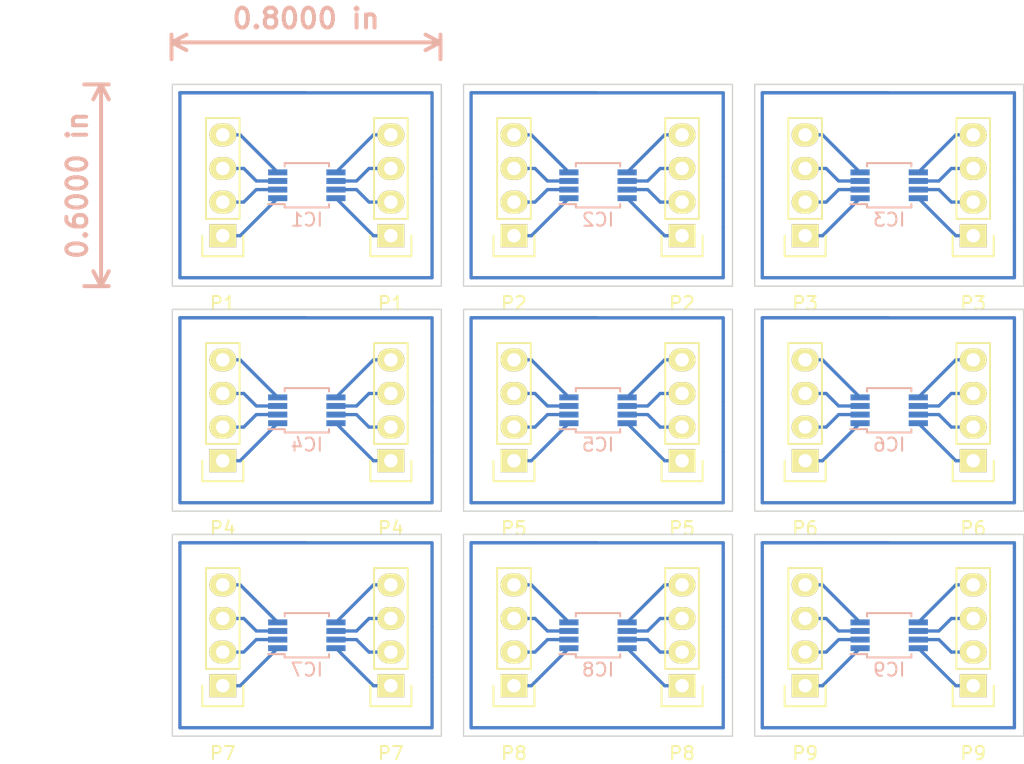
<source format=kicad_pcb>
(kicad_pcb (version 4) (host pcbnew "(2015-06-03 BZR 5697)-product")

  (general
    (links 8)
    (no_connects 0)
    (area 127.806849 91.765001 204.111834 149.295)
    (thickness 1.6)
    (drawings 47)
    (tracks 252)
    (zones 0)
    (modules 27)
    (nets 9)
  )

  (page A4)
  (layers
    (0 F.Cu signal)
    (31 B.Cu signal)
    (32 B.Adhes user hide)
    (33 F.Adhes user hide)
    (34 B.Paste user hide)
    (35 F.Paste user hide)
    (36 B.SilkS user)
    (37 F.SilkS user)
    (38 B.Mask user hide)
    (39 F.Mask user hide)
    (40 Dwgs.User user)
    (41 Cmts.User user)
    (42 Eco1.User user)
    (43 Eco2.User user hide)
    (44 Edge.Cuts user)
    (45 Margin user)
    (46 B.CrtYd user hide)
    (47 F.CrtYd user)
    (48 B.Fab user)
    (49 F.Fab user hide)
  )

  (setup
    (last_trace_width 0.25)
    (trace_clearance 0.2)
    (zone_clearance 0.508)
    (zone_45_only no)
    (trace_min 0.2)
    (segment_width 0.2)
    (edge_width 0.1)
    (via_size 0.6)
    (via_drill 0.4)
    (via_min_size 0.4)
    (via_min_drill 0.3)
    (uvia_size 0.3)
    (uvia_drill 0.1)
    (uvias_allowed no)
    (uvia_min_size 0.2)
    (uvia_min_drill 0.1)
    (pcb_text_width 0.3)
    (pcb_text_size 1.5 1.5)
    (mod_edge_width 0.15)
    (mod_text_size 1 1)
    (mod_text_width 0.15)
    (pad_size 1.5 1.5)
    (pad_drill 0.6)
    (pad_to_mask_clearance 0)
    (aux_axis_origin 0 0)
    (visible_elements FFFFFF67)
    (pcbplotparams
      (layerselection 0x00000_80000000)
      (usegerberextensions false)
      (excludeedgelayer true)
      (linewidth 0.100000)
      (plotframeref false)
      (viasonmask false)
      (mode 1)
      (useauxorigin false)
      (hpglpennumber 1)
      (hpglpenspeed 20)
      (hpglpendiameter 15)
      (hpglpenoverlay 2)
      (psnegative false)
      (psa4output false)
      (plotreference true)
      (plotvalue true)
      (plotinvisibletext false)
      (padsonsilk false)
      (subtractmaskfromsilk false)
      (outputformat 4)
      (mirror false)
      (drillshape 0)
      (scaleselection 1)
      (outputdirectory ""))
  )

  (net 0 "")
  (net 1 "Net-(IC1-Pad1)")
  (net 2 "Net-(IC1-Pad2)")
  (net 3 "Net-(IC1-Pad3)")
  (net 4 "Net-(IC1-Pad4)")
  (net 5 "Net-(IC1-Pad5)")
  (net 6 "Net-(IC1-Pad6)")
  (net 7 "Net-(IC1-Pad7)")
  (net 8 "Net-(IC1-Pad8)")

  (net_class Default "This is the default net class."
    (clearance 0.2)
    (trace_width 0.25)
    (via_dia 0.6)
    (via_drill 0.4)
    (uvia_dia 0.3)
    (uvia_drill 0.1)
    (add_net "Net-(IC1-Pad1)")
    (add_net "Net-(IC1-Pad2)")
    (add_net "Net-(IC1-Pad3)")
    (add_net "Net-(IC1-Pad4)")
    (add_net "Net-(IC1-Pad5)")
    (add_net "Net-(IC1-Pad6)")
    (add_net "Net-(IC1-Pad7)")
    (add_net "Net-(IC1-Pad8)")
  )

  (module Housings_SSOP:MSOP-8_3x3mm_Pitch0.65mm (layer B.Cu) (tedit 54130A77) (tstamp 55722ACC)
    (at 192.6535 139.41)
    (descr "8-Lead Plastic Micro Small Outline Package (MS) [MSOP] (see Microchip Packaging Specification 00000049BS.pdf)")
    (tags "SSOP 0.65")
    (path /55721724)
    (attr smd)
    (fp_text reference IC9 (at 0 2.6) (layer B.SilkS)
      (effects (font (size 1 1) (thickness 0.15)) (justify mirror))
    )
    (fp_text value MCP6002 (at 0 -2.6) (layer B.Fab)
      (effects (font (size 1 1) (thickness 0.15)) (justify mirror))
    )
    (fp_line (start -3.2 1.85) (end -3.2 -1.85) (layer B.CrtYd) (width 0.05))
    (fp_line (start 3.2 1.85) (end 3.2 -1.85) (layer B.CrtYd) (width 0.05))
    (fp_line (start -3.2 1.85) (end 3.2 1.85) (layer B.CrtYd) (width 0.05))
    (fp_line (start -3.2 -1.85) (end 3.2 -1.85) (layer B.CrtYd) (width 0.05))
    (fp_line (start -1.675 1.675) (end -1.675 1.425) (layer B.SilkS) (width 0.15))
    (fp_line (start 1.675 1.675) (end 1.675 1.425) (layer B.SilkS) (width 0.15))
    (fp_line (start 1.675 -1.675) (end 1.675 -1.425) (layer B.SilkS) (width 0.15))
    (fp_line (start -1.675 -1.675) (end -1.675 -1.425) (layer B.SilkS) (width 0.15))
    (fp_line (start -1.675 1.675) (end 1.675 1.675) (layer B.SilkS) (width 0.15))
    (fp_line (start -1.675 -1.675) (end 1.675 -1.675) (layer B.SilkS) (width 0.15))
    (fp_line (start -1.675 1.425) (end -2.925 1.425) (layer B.SilkS) (width 0.15))
    (pad 1 smd rect (at -2.2 0.975) (size 1.45 0.45) (layers B.Cu B.Paste B.Mask)
      (net 1 "Net-(IC1-Pad1)"))
    (pad 2 smd rect (at -2.2 0.325) (size 1.45 0.45) (layers B.Cu B.Paste B.Mask)
      (net 2 "Net-(IC1-Pad2)"))
    (pad 3 smd rect (at -2.2 -0.325) (size 1.45 0.45) (layers B.Cu B.Paste B.Mask)
      (net 3 "Net-(IC1-Pad3)"))
    (pad 4 smd rect (at -2.2 -0.975) (size 1.45 0.45) (layers B.Cu B.Paste B.Mask)
      (net 4 "Net-(IC1-Pad4)"))
    (pad 5 smd rect (at 2.2 -0.975) (size 1.45 0.45) (layers B.Cu B.Paste B.Mask)
      (net 5 "Net-(IC1-Pad5)"))
    (pad 6 smd rect (at 2.2 -0.325) (size 1.45 0.45) (layers B.Cu B.Paste B.Mask)
      (net 6 "Net-(IC1-Pad6)"))
    (pad 7 smd rect (at 2.2 0.325) (size 1.45 0.45) (layers B.Cu B.Paste B.Mask)
      (net 7 "Net-(IC1-Pad7)"))
    (pad 8 smd rect (at 2.2 0.975) (size 1.45 0.45) (layers B.Cu B.Paste B.Mask)
      (net 8 "Net-(IC1-Pad8)"))
    (model Housings_SSOP.3dshapes/MSOP-8_3x3mm_Pitch0.65mm.wrl
      (at (xyz 0 0 0))
      (scale (xyz 1 1 1))
      (rotate (xyz 0 0 0))
    )
  )

  (module Housings_SSOP:MSOP-8_3x3mm_Pitch0.65mm (layer B.Cu) (tedit 54130A77) (tstamp 55722AB6)
    (at 170.6535 139.41)
    (descr "8-Lead Plastic Micro Small Outline Package (MS) [MSOP] (see Microchip Packaging Specification 00000049BS.pdf)")
    (tags "SSOP 0.65")
    (path /55721724)
    (attr smd)
    (fp_text reference IC8 (at 0 2.6) (layer B.SilkS)
      (effects (font (size 1 1) (thickness 0.15)) (justify mirror))
    )
    (fp_text value MCP6002 (at 0 -2.6) (layer B.Fab)
      (effects (font (size 1 1) (thickness 0.15)) (justify mirror))
    )
    (fp_line (start -3.2 1.85) (end -3.2 -1.85) (layer B.CrtYd) (width 0.05))
    (fp_line (start 3.2 1.85) (end 3.2 -1.85) (layer B.CrtYd) (width 0.05))
    (fp_line (start -3.2 1.85) (end 3.2 1.85) (layer B.CrtYd) (width 0.05))
    (fp_line (start -3.2 -1.85) (end 3.2 -1.85) (layer B.CrtYd) (width 0.05))
    (fp_line (start -1.675 1.675) (end -1.675 1.425) (layer B.SilkS) (width 0.15))
    (fp_line (start 1.675 1.675) (end 1.675 1.425) (layer B.SilkS) (width 0.15))
    (fp_line (start 1.675 -1.675) (end 1.675 -1.425) (layer B.SilkS) (width 0.15))
    (fp_line (start -1.675 -1.675) (end -1.675 -1.425) (layer B.SilkS) (width 0.15))
    (fp_line (start -1.675 1.675) (end 1.675 1.675) (layer B.SilkS) (width 0.15))
    (fp_line (start -1.675 -1.675) (end 1.675 -1.675) (layer B.SilkS) (width 0.15))
    (fp_line (start -1.675 1.425) (end -2.925 1.425) (layer B.SilkS) (width 0.15))
    (pad 1 smd rect (at -2.2 0.975) (size 1.45 0.45) (layers B.Cu B.Paste B.Mask)
      (net 1 "Net-(IC1-Pad1)"))
    (pad 2 smd rect (at -2.2 0.325) (size 1.45 0.45) (layers B.Cu B.Paste B.Mask)
      (net 2 "Net-(IC1-Pad2)"))
    (pad 3 smd rect (at -2.2 -0.325) (size 1.45 0.45) (layers B.Cu B.Paste B.Mask)
      (net 3 "Net-(IC1-Pad3)"))
    (pad 4 smd rect (at -2.2 -0.975) (size 1.45 0.45) (layers B.Cu B.Paste B.Mask)
      (net 4 "Net-(IC1-Pad4)"))
    (pad 5 smd rect (at 2.2 -0.975) (size 1.45 0.45) (layers B.Cu B.Paste B.Mask)
      (net 5 "Net-(IC1-Pad5)"))
    (pad 6 smd rect (at 2.2 -0.325) (size 1.45 0.45) (layers B.Cu B.Paste B.Mask)
      (net 6 "Net-(IC1-Pad6)"))
    (pad 7 smd rect (at 2.2 0.325) (size 1.45 0.45) (layers B.Cu B.Paste B.Mask)
      (net 7 "Net-(IC1-Pad7)"))
    (pad 8 smd rect (at 2.2 0.975) (size 1.45 0.45) (layers B.Cu B.Paste B.Mask)
      (net 8 "Net-(IC1-Pad8)"))
    (model Housings_SSOP.3dshapes/MSOP-8_3x3mm_Pitch0.65mm.wrl
      (at (xyz 0 0 0))
      (scale (xyz 1 1 1))
      (rotate (xyz 0 0 0))
    )
  )

  (module Housings_SSOP:MSOP-8_3x3mm_Pitch0.65mm (layer B.Cu) (tedit 54130A77) (tstamp 55722AA0)
    (at 148.6535 139.41)
    (descr "8-Lead Plastic Micro Small Outline Package (MS) [MSOP] (see Microchip Packaging Specification 00000049BS.pdf)")
    (tags "SSOP 0.65")
    (path /55721724)
    (attr smd)
    (fp_text reference IC7 (at 0 2.6) (layer B.SilkS)
      (effects (font (size 1 1) (thickness 0.15)) (justify mirror))
    )
    (fp_text value MCP6002 (at 0 -2.6) (layer B.Fab)
      (effects (font (size 1 1) (thickness 0.15)) (justify mirror))
    )
    (fp_line (start -3.2 1.85) (end -3.2 -1.85) (layer B.CrtYd) (width 0.05))
    (fp_line (start 3.2 1.85) (end 3.2 -1.85) (layer B.CrtYd) (width 0.05))
    (fp_line (start -3.2 1.85) (end 3.2 1.85) (layer B.CrtYd) (width 0.05))
    (fp_line (start -3.2 -1.85) (end 3.2 -1.85) (layer B.CrtYd) (width 0.05))
    (fp_line (start -1.675 1.675) (end -1.675 1.425) (layer B.SilkS) (width 0.15))
    (fp_line (start 1.675 1.675) (end 1.675 1.425) (layer B.SilkS) (width 0.15))
    (fp_line (start 1.675 -1.675) (end 1.675 -1.425) (layer B.SilkS) (width 0.15))
    (fp_line (start -1.675 -1.675) (end -1.675 -1.425) (layer B.SilkS) (width 0.15))
    (fp_line (start -1.675 1.675) (end 1.675 1.675) (layer B.SilkS) (width 0.15))
    (fp_line (start -1.675 -1.675) (end 1.675 -1.675) (layer B.SilkS) (width 0.15))
    (fp_line (start -1.675 1.425) (end -2.925 1.425) (layer B.SilkS) (width 0.15))
    (pad 1 smd rect (at -2.2 0.975) (size 1.45 0.45) (layers B.Cu B.Paste B.Mask)
      (net 1 "Net-(IC1-Pad1)"))
    (pad 2 smd rect (at -2.2 0.325) (size 1.45 0.45) (layers B.Cu B.Paste B.Mask)
      (net 2 "Net-(IC1-Pad2)"))
    (pad 3 smd rect (at -2.2 -0.325) (size 1.45 0.45) (layers B.Cu B.Paste B.Mask)
      (net 3 "Net-(IC1-Pad3)"))
    (pad 4 smd rect (at -2.2 -0.975) (size 1.45 0.45) (layers B.Cu B.Paste B.Mask)
      (net 4 "Net-(IC1-Pad4)"))
    (pad 5 smd rect (at 2.2 -0.975) (size 1.45 0.45) (layers B.Cu B.Paste B.Mask)
      (net 5 "Net-(IC1-Pad5)"))
    (pad 6 smd rect (at 2.2 -0.325) (size 1.45 0.45) (layers B.Cu B.Paste B.Mask)
      (net 6 "Net-(IC1-Pad6)"))
    (pad 7 smd rect (at 2.2 0.325) (size 1.45 0.45) (layers B.Cu B.Paste B.Mask)
      (net 7 "Net-(IC1-Pad7)"))
    (pad 8 smd rect (at 2.2 0.975) (size 1.45 0.45) (layers B.Cu B.Paste B.Mask)
      (net 8 "Net-(IC1-Pad8)"))
    (model Housings_SSOP.3dshapes/MSOP-8_3x3mm_Pitch0.65mm.wrl
      (at (xyz 0 0 0))
      (scale (xyz 1 1 1))
      (rotate (xyz 0 0 0))
    )
  )

  (module Housings_SSOP:MSOP-8_3x3mm_Pitch0.65mm (layer B.Cu) (tedit 54130A77) (tstamp 55722A8A)
    (at 192.6535 122.41)
    (descr "8-Lead Plastic Micro Small Outline Package (MS) [MSOP] (see Microchip Packaging Specification 00000049BS.pdf)")
    (tags "SSOP 0.65")
    (path /55721724)
    (attr smd)
    (fp_text reference IC6 (at 0 2.6) (layer B.SilkS)
      (effects (font (size 1 1) (thickness 0.15)) (justify mirror))
    )
    (fp_text value MCP6002 (at 0 -2.6) (layer B.Fab)
      (effects (font (size 1 1) (thickness 0.15)) (justify mirror))
    )
    (fp_line (start -3.2 1.85) (end -3.2 -1.85) (layer B.CrtYd) (width 0.05))
    (fp_line (start 3.2 1.85) (end 3.2 -1.85) (layer B.CrtYd) (width 0.05))
    (fp_line (start -3.2 1.85) (end 3.2 1.85) (layer B.CrtYd) (width 0.05))
    (fp_line (start -3.2 -1.85) (end 3.2 -1.85) (layer B.CrtYd) (width 0.05))
    (fp_line (start -1.675 1.675) (end -1.675 1.425) (layer B.SilkS) (width 0.15))
    (fp_line (start 1.675 1.675) (end 1.675 1.425) (layer B.SilkS) (width 0.15))
    (fp_line (start 1.675 -1.675) (end 1.675 -1.425) (layer B.SilkS) (width 0.15))
    (fp_line (start -1.675 -1.675) (end -1.675 -1.425) (layer B.SilkS) (width 0.15))
    (fp_line (start -1.675 1.675) (end 1.675 1.675) (layer B.SilkS) (width 0.15))
    (fp_line (start -1.675 -1.675) (end 1.675 -1.675) (layer B.SilkS) (width 0.15))
    (fp_line (start -1.675 1.425) (end -2.925 1.425) (layer B.SilkS) (width 0.15))
    (pad 1 smd rect (at -2.2 0.975) (size 1.45 0.45) (layers B.Cu B.Paste B.Mask)
      (net 1 "Net-(IC1-Pad1)"))
    (pad 2 smd rect (at -2.2 0.325) (size 1.45 0.45) (layers B.Cu B.Paste B.Mask)
      (net 2 "Net-(IC1-Pad2)"))
    (pad 3 smd rect (at -2.2 -0.325) (size 1.45 0.45) (layers B.Cu B.Paste B.Mask)
      (net 3 "Net-(IC1-Pad3)"))
    (pad 4 smd rect (at -2.2 -0.975) (size 1.45 0.45) (layers B.Cu B.Paste B.Mask)
      (net 4 "Net-(IC1-Pad4)"))
    (pad 5 smd rect (at 2.2 -0.975) (size 1.45 0.45) (layers B.Cu B.Paste B.Mask)
      (net 5 "Net-(IC1-Pad5)"))
    (pad 6 smd rect (at 2.2 -0.325) (size 1.45 0.45) (layers B.Cu B.Paste B.Mask)
      (net 6 "Net-(IC1-Pad6)"))
    (pad 7 smd rect (at 2.2 0.325) (size 1.45 0.45) (layers B.Cu B.Paste B.Mask)
      (net 7 "Net-(IC1-Pad7)"))
    (pad 8 smd rect (at 2.2 0.975) (size 1.45 0.45) (layers B.Cu B.Paste B.Mask)
      (net 8 "Net-(IC1-Pad8)"))
    (model Housings_SSOP.3dshapes/MSOP-8_3x3mm_Pitch0.65mm.wrl
      (at (xyz 0 0 0))
      (scale (xyz 1 1 1))
      (rotate (xyz 0 0 0))
    )
  )

  (module Housings_SSOP:MSOP-8_3x3mm_Pitch0.65mm (layer B.Cu) (tedit 54130A77) (tstamp 55722A74)
    (at 170.6535 122.41)
    (descr "8-Lead Plastic Micro Small Outline Package (MS) [MSOP] (see Microchip Packaging Specification 00000049BS.pdf)")
    (tags "SSOP 0.65")
    (path /55721724)
    (attr smd)
    (fp_text reference IC5 (at 0 2.6) (layer B.SilkS)
      (effects (font (size 1 1) (thickness 0.15)) (justify mirror))
    )
    (fp_text value MCP6002 (at 0 -2.6) (layer B.Fab)
      (effects (font (size 1 1) (thickness 0.15)) (justify mirror))
    )
    (fp_line (start -3.2 1.85) (end -3.2 -1.85) (layer B.CrtYd) (width 0.05))
    (fp_line (start 3.2 1.85) (end 3.2 -1.85) (layer B.CrtYd) (width 0.05))
    (fp_line (start -3.2 1.85) (end 3.2 1.85) (layer B.CrtYd) (width 0.05))
    (fp_line (start -3.2 -1.85) (end 3.2 -1.85) (layer B.CrtYd) (width 0.05))
    (fp_line (start -1.675 1.675) (end -1.675 1.425) (layer B.SilkS) (width 0.15))
    (fp_line (start 1.675 1.675) (end 1.675 1.425) (layer B.SilkS) (width 0.15))
    (fp_line (start 1.675 -1.675) (end 1.675 -1.425) (layer B.SilkS) (width 0.15))
    (fp_line (start -1.675 -1.675) (end -1.675 -1.425) (layer B.SilkS) (width 0.15))
    (fp_line (start -1.675 1.675) (end 1.675 1.675) (layer B.SilkS) (width 0.15))
    (fp_line (start -1.675 -1.675) (end 1.675 -1.675) (layer B.SilkS) (width 0.15))
    (fp_line (start -1.675 1.425) (end -2.925 1.425) (layer B.SilkS) (width 0.15))
    (pad 1 smd rect (at -2.2 0.975) (size 1.45 0.45) (layers B.Cu B.Paste B.Mask)
      (net 1 "Net-(IC1-Pad1)"))
    (pad 2 smd rect (at -2.2 0.325) (size 1.45 0.45) (layers B.Cu B.Paste B.Mask)
      (net 2 "Net-(IC1-Pad2)"))
    (pad 3 smd rect (at -2.2 -0.325) (size 1.45 0.45) (layers B.Cu B.Paste B.Mask)
      (net 3 "Net-(IC1-Pad3)"))
    (pad 4 smd rect (at -2.2 -0.975) (size 1.45 0.45) (layers B.Cu B.Paste B.Mask)
      (net 4 "Net-(IC1-Pad4)"))
    (pad 5 smd rect (at 2.2 -0.975) (size 1.45 0.45) (layers B.Cu B.Paste B.Mask)
      (net 5 "Net-(IC1-Pad5)"))
    (pad 6 smd rect (at 2.2 -0.325) (size 1.45 0.45) (layers B.Cu B.Paste B.Mask)
      (net 6 "Net-(IC1-Pad6)"))
    (pad 7 smd rect (at 2.2 0.325) (size 1.45 0.45) (layers B.Cu B.Paste B.Mask)
      (net 7 "Net-(IC1-Pad7)"))
    (pad 8 smd rect (at 2.2 0.975) (size 1.45 0.45) (layers B.Cu B.Paste B.Mask)
      (net 8 "Net-(IC1-Pad8)"))
    (model Housings_SSOP.3dshapes/MSOP-8_3x3mm_Pitch0.65mm.wrl
      (at (xyz 0 0 0))
      (scale (xyz 1 1 1))
      (rotate (xyz 0 0 0))
    )
  )

  (module Housings_SSOP:MSOP-8_3x3mm_Pitch0.65mm (layer B.Cu) (tedit 54130A77) (tstamp 55722A5E)
    (at 148.6535 122.41)
    (descr "8-Lead Plastic Micro Small Outline Package (MS) [MSOP] (see Microchip Packaging Specification 00000049BS.pdf)")
    (tags "SSOP 0.65")
    (path /55721724)
    (attr smd)
    (fp_text reference IC4 (at 0 2.6) (layer B.SilkS)
      (effects (font (size 1 1) (thickness 0.15)) (justify mirror))
    )
    (fp_text value MCP6002 (at 0 -2.6) (layer B.Fab)
      (effects (font (size 1 1) (thickness 0.15)) (justify mirror))
    )
    (fp_line (start -3.2 1.85) (end -3.2 -1.85) (layer B.CrtYd) (width 0.05))
    (fp_line (start 3.2 1.85) (end 3.2 -1.85) (layer B.CrtYd) (width 0.05))
    (fp_line (start -3.2 1.85) (end 3.2 1.85) (layer B.CrtYd) (width 0.05))
    (fp_line (start -3.2 -1.85) (end 3.2 -1.85) (layer B.CrtYd) (width 0.05))
    (fp_line (start -1.675 1.675) (end -1.675 1.425) (layer B.SilkS) (width 0.15))
    (fp_line (start 1.675 1.675) (end 1.675 1.425) (layer B.SilkS) (width 0.15))
    (fp_line (start 1.675 -1.675) (end 1.675 -1.425) (layer B.SilkS) (width 0.15))
    (fp_line (start -1.675 -1.675) (end -1.675 -1.425) (layer B.SilkS) (width 0.15))
    (fp_line (start -1.675 1.675) (end 1.675 1.675) (layer B.SilkS) (width 0.15))
    (fp_line (start -1.675 -1.675) (end 1.675 -1.675) (layer B.SilkS) (width 0.15))
    (fp_line (start -1.675 1.425) (end -2.925 1.425) (layer B.SilkS) (width 0.15))
    (pad 1 smd rect (at -2.2 0.975) (size 1.45 0.45) (layers B.Cu B.Paste B.Mask)
      (net 1 "Net-(IC1-Pad1)"))
    (pad 2 smd rect (at -2.2 0.325) (size 1.45 0.45) (layers B.Cu B.Paste B.Mask)
      (net 2 "Net-(IC1-Pad2)"))
    (pad 3 smd rect (at -2.2 -0.325) (size 1.45 0.45) (layers B.Cu B.Paste B.Mask)
      (net 3 "Net-(IC1-Pad3)"))
    (pad 4 smd rect (at -2.2 -0.975) (size 1.45 0.45) (layers B.Cu B.Paste B.Mask)
      (net 4 "Net-(IC1-Pad4)"))
    (pad 5 smd rect (at 2.2 -0.975) (size 1.45 0.45) (layers B.Cu B.Paste B.Mask)
      (net 5 "Net-(IC1-Pad5)"))
    (pad 6 smd rect (at 2.2 -0.325) (size 1.45 0.45) (layers B.Cu B.Paste B.Mask)
      (net 6 "Net-(IC1-Pad6)"))
    (pad 7 smd rect (at 2.2 0.325) (size 1.45 0.45) (layers B.Cu B.Paste B.Mask)
      (net 7 "Net-(IC1-Pad7)"))
    (pad 8 smd rect (at 2.2 0.975) (size 1.45 0.45) (layers B.Cu B.Paste B.Mask)
      (net 8 "Net-(IC1-Pad8)"))
    (model Housings_SSOP.3dshapes/MSOP-8_3x3mm_Pitch0.65mm.wrl
      (at (xyz 0 0 0))
      (scale (xyz 1 1 1))
      (rotate (xyz 0 0 0))
    )
  )

  (module Housings_SSOP:MSOP-8_3x3mm_Pitch0.65mm (layer B.Cu) (tedit 54130A77) (tstamp 55722A48)
    (at 192.6535 105.41)
    (descr "8-Lead Plastic Micro Small Outline Package (MS) [MSOP] (see Microchip Packaging Specification 00000049BS.pdf)")
    (tags "SSOP 0.65")
    (path /55721724)
    (attr smd)
    (fp_text reference IC3 (at 0 2.6) (layer B.SilkS)
      (effects (font (size 1 1) (thickness 0.15)) (justify mirror))
    )
    (fp_text value MCP6002 (at 0 -2.6) (layer B.Fab)
      (effects (font (size 1 1) (thickness 0.15)) (justify mirror))
    )
    (fp_line (start -3.2 1.85) (end -3.2 -1.85) (layer B.CrtYd) (width 0.05))
    (fp_line (start 3.2 1.85) (end 3.2 -1.85) (layer B.CrtYd) (width 0.05))
    (fp_line (start -3.2 1.85) (end 3.2 1.85) (layer B.CrtYd) (width 0.05))
    (fp_line (start -3.2 -1.85) (end 3.2 -1.85) (layer B.CrtYd) (width 0.05))
    (fp_line (start -1.675 1.675) (end -1.675 1.425) (layer B.SilkS) (width 0.15))
    (fp_line (start 1.675 1.675) (end 1.675 1.425) (layer B.SilkS) (width 0.15))
    (fp_line (start 1.675 -1.675) (end 1.675 -1.425) (layer B.SilkS) (width 0.15))
    (fp_line (start -1.675 -1.675) (end -1.675 -1.425) (layer B.SilkS) (width 0.15))
    (fp_line (start -1.675 1.675) (end 1.675 1.675) (layer B.SilkS) (width 0.15))
    (fp_line (start -1.675 -1.675) (end 1.675 -1.675) (layer B.SilkS) (width 0.15))
    (fp_line (start -1.675 1.425) (end -2.925 1.425) (layer B.SilkS) (width 0.15))
    (pad 1 smd rect (at -2.2 0.975) (size 1.45 0.45) (layers B.Cu B.Paste B.Mask)
      (net 1 "Net-(IC1-Pad1)"))
    (pad 2 smd rect (at -2.2 0.325) (size 1.45 0.45) (layers B.Cu B.Paste B.Mask)
      (net 2 "Net-(IC1-Pad2)"))
    (pad 3 smd rect (at -2.2 -0.325) (size 1.45 0.45) (layers B.Cu B.Paste B.Mask)
      (net 3 "Net-(IC1-Pad3)"))
    (pad 4 smd rect (at -2.2 -0.975) (size 1.45 0.45) (layers B.Cu B.Paste B.Mask)
      (net 4 "Net-(IC1-Pad4)"))
    (pad 5 smd rect (at 2.2 -0.975) (size 1.45 0.45) (layers B.Cu B.Paste B.Mask)
      (net 5 "Net-(IC1-Pad5)"))
    (pad 6 smd rect (at 2.2 -0.325) (size 1.45 0.45) (layers B.Cu B.Paste B.Mask)
      (net 6 "Net-(IC1-Pad6)"))
    (pad 7 smd rect (at 2.2 0.325) (size 1.45 0.45) (layers B.Cu B.Paste B.Mask)
      (net 7 "Net-(IC1-Pad7)"))
    (pad 8 smd rect (at 2.2 0.975) (size 1.45 0.45) (layers B.Cu B.Paste B.Mask)
      (net 8 "Net-(IC1-Pad8)"))
    (model Housings_SSOP.3dshapes/MSOP-8_3x3mm_Pitch0.65mm.wrl
      (at (xyz 0 0 0))
      (scale (xyz 1 1 1))
      (rotate (xyz 0 0 0))
    )
  )

  (module Housings_SSOP:MSOP-8_3x3mm_Pitch0.65mm (layer B.Cu) (tedit 54130A77) (tstamp 55722A32)
    (at 170.6535 105.41)
    (descr "8-Lead Plastic Micro Small Outline Package (MS) [MSOP] (see Microchip Packaging Specification 00000049BS.pdf)")
    (tags "SSOP 0.65")
    (path /55721724)
    (attr smd)
    (fp_text reference IC2 (at 0 2.6) (layer B.SilkS)
      (effects (font (size 1 1) (thickness 0.15)) (justify mirror))
    )
    (fp_text value MCP6002 (at 0 -2.6) (layer B.Fab)
      (effects (font (size 1 1) (thickness 0.15)) (justify mirror))
    )
    (fp_line (start -3.2 1.85) (end -3.2 -1.85) (layer B.CrtYd) (width 0.05))
    (fp_line (start 3.2 1.85) (end 3.2 -1.85) (layer B.CrtYd) (width 0.05))
    (fp_line (start -3.2 1.85) (end 3.2 1.85) (layer B.CrtYd) (width 0.05))
    (fp_line (start -3.2 -1.85) (end 3.2 -1.85) (layer B.CrtYd) (width 0.05))
    (fp_line (start -1.675 1.675) (end -1.675 1.425) (layer B.SilkS) (width 0.15))
    (fp_line (start 1.675 1.675) (end 1.675 1.425) (layer B.SilkS) (width 0.15))
    (fp_line (start 1.675 -1.675) (end 1.675 -1.425) (layer B.SilkS) (width 0.15))
    (fp_line (start -1.675 -1.675) (end -1.675 -1.425) (layer B.SilkS) (width 0.15))
    (fp_line (start -1.675 1.675) (end 1.675 1.675) (layer B.SilkS) (width 0.15))
    (fp_line (start -1.675 -1.675) (end 1.675 -1.675) (layer B.SilkS) (width 0.15))
    (fp_line (start -1.675 1.425) (end -2.925 1.425) (layer B.SilkS) (width 0.15))
    (pad 1 smd rect (at -2.2 0.975) (size 1.45 0.45) (layers B.Cu B.Paste B.Mask)
      (net 1 "Net-(IC1-Pad1)"))
    (pad 2 smd rect (at -2.2 0.325) (size 1.45 0.45) (layers B.Cu B.Paste B.Mask)
      (net 2 "Net-(IC1-Pad2)"))
    (pad 3 smd rect (at -2.2 -0.325) (size 1.45 0.45) (layers B.Cu B.Paste B.Mask)
      (net 3 "Net-(IC1-Pad3)"))
    (pad 4 smd rect (at -2.2 -0.975) (size 1.45 0.45) (layers B.Cu B.Paste B.Mask)
      (net 4 "Net-(IC1-Pad4)"))
    (pad 5 smd rect (at 2.2 -0.975) (size 1.45 0.45) (layers B.Cu B.Paste B.Mask)
      (net 5 "Net-(IC1-Pad5)"))
    (pad 6 smd rect (at 2.2 -0.325) (size 1.45 0.45) (layers B.Cu B.Paste B.Mask)
      (net 6 "Net-(IC1-Pad6)"))
    (pad 7 smd rect (at 2.2 0.325) (size 1.45 0.45) (layers B.Cu B.Paste B.Mask)
      (net 7 "Net-(IC1-Pad7)"))
    (pad 8 smd rect (at 2.2 0.975) (size 1.45 0.45) (layers B.Cu B.Paste B.Mask)
      (net 8 "Net-(IC1-Pad8)"))
    (model Housings_SSOP.3dshapes/MSOP-8_3x3mm_Pitch0.65mm.wrl
      (at (xyz 0 0 0))
      (scale (xyz 1 1 1))
      (rotate (xyz 0 0 0))
    )
  )

  (module Pin_Headers:Pin_Header_Straight_1x04 (layer F.Cu) (tedit 0) (tstamp 55722A20)
    (at 186.3035 143.22 180)
    (descr "Through hole pin header")
    (tags "pin header")
    (path /55721A0D)
    (fp_text reference P9 (at 0 -5.1 180) (layer F.SilkS)
      (effects (font (size 1 1) (thickness 0.15)))
    )
    (fp_text value CONN_01X04 (at 0 -3.1 180) (layer F.Fab)
      (effects (font (size 1 1) (thickness 0.15)))
    )
    (fp_line (start -1.75 -1.75) (end -1.75 9.4) (layer F.CrtYd) (width 0.05))
    (fp_line (start 1.75 -1.75) (end 1.75 9.4) (layer F.CrtYd) (width 0.05))
    (fp_line (start -1.75 -1.75) (end 1.75 -1.75) (layer F.CrtYd) (width 0.05))
    (fp_line (start -1.75 9.4) (end 1.75 9.4) (layer F.CrtYd) (width 0.05))
    (fp_line (start -1.27 1.27) (end -1.27 8.89) (layer F.SilkS) (width 0.15))
    (fp_line (start 1.27 1.27) (end 1.27 8.89) (layer F.SilkS) (width 0.15))
    (fp_line (start 1.55 -1.55) (end 1.55 0) (layer F.SilkS) (width 0.15))
    (fp_line (start -1.27 8.89) (end 1.27 8.89) (layer F.SilkS) (width 0.15))
    (fp_line (start 1.27 1.27) (end -1.27 1.27) (layer F.SilkS) (width 0.15))
    (fp_line (start -1.55 0) (end -1.55 -1.55) (layer F.SilkS) (width 0.15))
    (fp_line (start -1.55 -1.55) (end 1.55 -1.55) (layer F.SilkS) (width 0.15))
    (pad 1 thru_hole rect (at 0 0 180) (size 2.032 1.7272) (drill 1.016) (layers *.Cu *.Mask F.SilkS)
      (net 1 "Net-(IC1-Pad1)"))
    (pad 2 thru_hole oval (at 0 2.54 180) (size 2.032 1.7272) (drill 1.016) (layers *.Cu *.Mask F.SilkS)
      (net 2 "Net-(IC1-Pad2)"))
    (pad 3 thru_hole oval (at 0 5.08 180) (size 2.032 1.7272) (drill 1.016) (layers *.Cu *.Mask F.SilkS)
      (net 3 "Net-(IC1-Pad3)"))
    (pad 4 thru_hole oval (at 0 7.62 180) (size 2.032 1.7272) (drill 1.016) (layers *.Cu *.Mask F.SilkS)
      (net 4 "Net-(IC1-Pad4)"))
    (model Pin_Headers.3dshapes/Pin_Header_Straight_1x04.wrl
      (at (xyz 0 -0.15 0))
      (scale (xyz 1 1 1))
      (rotate (xyz 0 0 90))
    )
  )

  (module Pin_Headers:Pin_Header_Straight_1x04 (layer F.Cu) (tedit 0) (tstamp 55722A0E)
    (at 164.3035 143.22 180)
    (descr "Through hole pin header")
    (tags "pin header")
    (path /55721A0D)
    (fp_text reference P8 (at 0 -5.1 180) (layer F.SilkS)
      (effects (font (size 1 1) (thickness 0.15)))
    )
    (fp_text value CONN_01X04 (at 0 -3.1 180) (layer F.Fab)
      (effects (font (size 1 1) (thickness 0.15)))
    )
    (fp_line (start -1.75 -1.75) (end -1.75 9.4) (layer F.CrtYd) (width 0.05))
    (fp_line (start 1.75 -1.75) (end 1.75 9.4) (layer F.CrtYd) (width 0.05))
    (fp_line (start -1.75 -1.75) (end 1.75 -1.75) (layer F.CrtYd) (width 0.05))
    (fp_line (start -1.75 9.4) (end 1.75 9.4) (layer F.CrtYd) (width 0.05))
    (fp_line (start -1.27 1.27) (end -1.27 8.89) (layer F.SilkS) (width 0.15))
    (fp_line (start 1.27 1.27) (end 1.27 8.89) (layer F.SilkS) (width 0.15))
    (fp_line (start 1.55 -1.55) (end 1.55 0) (layer F.SilkS) (width 0.15))
    (fp_line (start -1.27 8.89) (end 1.27 8.89) (layer F.SilkS) (width 0.15))
    (fp_line (start 1.27 1.27) (end -1.27 1.27) (layer F.SilkS) (width 0.15))
    (fp_line (start -1.55 0) (end -1.55 -1.55) (layer F.SilkS) (width 0.15))
    (fp_line (start -1.55 -1.55) (end 1.55 -1.55) (layer F.SilkS) (width 0.15))
    (pad 1 thru_hole rect (at 0 0 180) (size 2.032 1.7272) (drill 1.016) (layers *.Cu *.Mask F.SilkS)
      (net 1 "Net-(IC1-Pad1)"))
    (pad 2 thru_hole oval (at 0 2.54 180) (size 2.032 1.7272) (drill 1.016) (layers *.Cu *.Mask F.SilkS)
      (net 2 "Net-(IC1-Pad2)"))
    (pad 3 thru_hole oval (at 0 5.08 180) (size 2.032 1.7272) (drill 1.016) (layers *.Cu *.Mask F.SilkS)
      (net 3 "Net-(IC1-Pad3)"))
    (pad 4 thru_hole oval (at 0 7.62 180) (size 2.032 1.7272) (drill 1.016) (layers *.Cu *.Mask F.SilkS)
      (net 4 "Net-(IC1-Pad4)"))
    (model Pin_Headers.3dshapes/Pin_Header_Straight_1x04.wrl
      (at (xyz 0 -0.15 0))
      (scale (xyz 1 1 1))
      (rotate (xyz 0 0 90))
    )
  )

  (module Pin_Headers:Pin_Header_Straight_1x04 (layer F.Cu) (tedit 0) (tstamp 557229FC)
    (at 142.3035 143.22 180)
    (descr "Through hole pin header")
    (tags "pin header")
    (path /55721A0D)
    (fp_text reference P7 (at 0 -5.1 180) (layer F.SilkS)
      (effects (font (size 1 1) (thickness 0.15)))
    )
    (fp_text value CONN_01X04 (at 0 -3.1 180) (layer F.Fab)
      (effects (font (size 1 1) (thickness 0.15)))
    )
    (fp_line (start -1.75 -1.75) (end -1.75 9.4) (layer F.CrtYd) (width 0.05))
    (fp_line (start 1.75 -1.75) (end 1.75 9.4) (layer F.CrtYd) (width 0.05))
    (fp_line (start -1.75 -1.75) (end 1.75 -1.75) (layer F.CrtYd) (width 0.05))
    (fp_line (start -1.75 9.4) (end 1.75 9.4) (layer F.CrtYd) (width 0.05))
    (fp_line (start -1.27 1.27) (end -1.27 8.89) (layer F.SilkS) (width 0.15))
    (fp_line (start 1.27 1.27) (end 1.27 8.89) (layer F.SilkS) (width 0.15))
    (fp_line (start 1.55 -1.55) (end 1.55 0) (layer F.SilkS) (width 0.15))
    (fp_line (start -1.27 8.89) (end 1.27 8.89) (layer F.SilkS) (width 0.15))
    (fp_line (start 1.27 1.27) (end -1.27 1.27) (layer F.SilkS) (width 0.15))
    (fp_line (start -1.55 0) (end -1.55 -1.55) (layer F.SilkS) (width 0.15))
    (fp_line (start -1.55 -1.55) (end 1.55 -1.55) (layer F.SilkS) (width 0.15))
    (pad 1 thru_hole rect (at 0 0 180) (size 2.032 1.7272) (drill 1.016) (layers *.Cu *.Mask F.SilkS)
      (net 1 "Net-(IC1-Pad1)"))
    (pad 2 thru_hole oval (at 0 2.54 180) (size 2.032 1.7272) (drill 1.016) (layers *.Cu *.Mask F.SilkS)
      (net 2 "Net-(IC1-Pad2)"))
    (pad 3 thru_hole oval (at 0 5.08 180) (size 2.032 1.7272) (drill 1.016) (layers *.Cu *.Mask F.SilkS)
      (net 3 "Net-(IC1-Pad3)"))
    (pad 4 thru_hole oval (at 0 7.62 180) (size 2.032 1.7272) (drill 1.016) (layers *.Cu *.Mask F.SilkS)
      (net 4 "Net-(IC1-Pad4)"))
    (model Pin_Headers.3dshapes/Pin_Header_Straight_1x04.wrl
      (at (xyz 0 -0.15 0))
      (scale (xyz 1 1 1))
      (rotate (xyz 0 0 90))
    )
  )

  (module Pin_Headers:Pin_Header_Straight_1x04 (layer F.Cu) (tedit 0) (tstamp 557229EA)
    (at 186.3035 126.22 180)
    (descr "Through hole pin header")
    (tags "pin header")
    (path /55721A0D)
    (fp_text reference P6 (at 0 -5.1 180) (layer F.SilkS)
      (effects (font (size 1 1) (thickness 0.15)))
    )
    (fp_text value CONN_01X04 (at 0 -3.1 180) (layer F.Fab)
      (effects (font (size 1 1) (thickness 0.15)))
    )
    (fp_line (start -1.75 -1.75) (end -1.75 9.4) (layer F.CrtYd) (width 0.05))
    (fp_line (start 1.75 -1.75) (end 1.75 9.4) (layer F.CrtYd) (width 0.05))
    (fp_line (start -1.75 -1.75) (end 1.75 -1.75) (layer F.CrtYd) (width 0.05))
    (fp_line (start -1.75 9.4) (end 1.75 9.4) (layer F.CrtYd) (width 0.05))
    (fp_line (start -1.27 1.27) (end -1.27 8.89) (layer F.SilkS) (width 0.15))
    (fp_line (start 1.27 1.27) (end 1.27 8.89) (layer F.SilkS) (width 0.15))
    (fp_line (start 1.55 -1.55) (end 1.55 0) (layer F.SilkS) (width 0.15))
    (fp_line (start -1.27 8.89) (end 1.27 8.89) (layer F.SilkS) (width 0.15))
    (fp_line (start 1.27 1.27) (end -1.27 1.27) (layer F.SilkS) (width 0.15))
    (fp_line (start -1.55 0) (end -1.55 -1.55) (layer F.SilkS) (width 0.15))
    (fp_line (start -1.55 -1.55) (end 1.55 -1.55) (layer F.SilkS) (width 0.15))
    (pad 1 thru_hole rect (at 0 0 180) (size 2.032 1.7272) (drill 1.016) (layers *.Cu *.Mask F.SilkS)
      (net 1 "Net-(IC1-Pad1)"))
    (pad 2 thru_hole oval (at 0 2.54 180) (size 2.032 1.7272) (drill 1.016) (layers *.Cu *.Mask F.SilkS)
      (net 2 "Net-(IC1-Pad2)"))
    (pad 3 thru_hole oval (at 0 5.08 180) (size 2.032 1.7272) (drill 1.016) (layers *.Cu *.Mask F.SilkS)
      (net 3 "Net-(IC1-Pad3)"))
    (pad 4 thru_hole oval (at 0 7.62 180) (size 2.032 1.7272) (drill 1.016) (layers *.Cu *.Mask F.SilkS)
      (net 4 "Net-(IC1-Pad4)"))
    (model Pin_Headers.3dshapes/Pin_Header_Straight_1x04.wrl
      (at (xyz 0 -0.15 0))
      (scale (xyz 1 1 1))
      (rotate (xyz 0 0 90))
    )
  )

  (module Pin_Headers:Pin_Header_Straight_1x04 (layer F.Cu) (tedit 0) (tstamp 557229D8)
    (at 164.3035 126.22 180)
    (descr "Through hole pin header")
    (tags "pin header")
    (path /55721A0D)
    (fp_text reference P5 (at 0 -5.1 180) (layer F.SilkS)
      (effects (font (size 1 1) (thickness 0.15)))
    )
    (fp_text value CONN_01X04 (at 0 -3.1 180) (layer F.Fab)
      (effects (font (size 1 1) (thickness 0.15)))
    )
    (fp_line (start -1.75 -1.75) (end -1.75 9.4) (layer F.CrtYd) (width 0.05))
    (fp_line (start 1.75 -1.75) (end 1.75 9.4) (layer F.CrtYd) (width 0.05))
    (fp_line (start -1.75 -1.75) (end 1.75 -1.75) (layer F.CrtYd) (width 0.05))
    (fp_line (start -1.75 9.4) (end 1.75 9.4) (layer F.CrtYd) (width 0.05))
    (fp_line (start -1.27 1.27) (end -1.27 8.89) (layer F.SilkS) (width 0.15))
    (fp_line (start 1.27 1.27) (end 1.27 8.89) (layer F.SilkS) (width 0.15))
    (fp_line (start 1.55 -1.55) (end 1.55 0) (layer F.SilkS) (width 0.15))
    (fp_line (start -1.27 8.89) (end 1.27 8.89) (layer F.SilkS) (width 0.15))
    (fp_line (start 1.27 1.27) (end -1.27 1.27) (layer F.SilkS) (width 0.15))
    (fp_line (start -1.55 0) (end -1.55 -1.55) (layer F.SilkS) (width 0.15))
    (fp_line (start -1.55 -1.55) (end 1.55 -1.55) (layer F.SilkS) (width 0.15))
    (pad 1 thru_hole rect (at 0 0 180) (size 2.032 1.7272) (drill 1.016) (layers *.Cu *.Mask F.SilkS)
      (net 1 "Net-(IC1-Pad1)"))
    (pad 2 thru_hole oval (at 0 2.54 180) (size 2.032 1.7272) (drill 1.016) (layers *.Cu *.Mask F.SilkS)
      (net 2 "Net-(IC1-Pad2)"))
    (pad 3 thru_hole oval (at 0 5.08 180) (size 2.032 1.7272) (drill 1.016) (layers *.Cu *.Mask F.SilkS)
      (net 3 "Net-(IC1-Pad3)"))
    (pad 4 thru_hole oval (at 0 7.62 180) (size 2.032 1.7272) (drill 1.016) (layers *.Cu *.Mask F.SilkS)
      (net 4 "Net-(IC1-Pad4)"))
    (model Pin_Headers.3dshapes/Pin_Header_Straight_1x04.wrl
      (at (xyz 0 -0.15 0))
      (scale (xyz 1 1 1))
      (rotate (xyz 0 0 90))
    )
  )

  (module Pin_Headers:Pin_Header_Straight_1x04 (layer F.Cu) (tedit 0) (tstamp 557229C6)
    (at 142.3035 126.22 180)
    (descr "Through hole pin header")
    (tags "pin header")
    (path /55721A0D)
    (fp_text reference P4 (at 0 -5.1 180) (layer F.SilkS)
      (effects (font (size 1 1) (thickness 0.15)))
    )
    (fp_text value CONN_01X04 (at 0 -3.1 180) (layer F.Fab)
      (effects (font (size 1 1) (thickness 0.15)))
    )
    (fp_line (start -1.75 -1.75) (end -1.75 9.4) (layer F.CrtYd) (width 0.05))
    (fp_line (start 1.75 -1.75) (end 1.75 9.4) (layer F.CrtYd) (width 0.05))
    (fp_line (start -1.75 -1.75) (end 1.75 -1.75) (layer F.CrtYd) (width 0.05))
    (fp_line (start -1.75 9.4) (end 1.75 9.4) (layer F.CrtYd) (width 0.05))
    (fp_line (start -1.27 1.27) (end -1.27 8.89) (layer F.SilkS) (width 0.15))
    (fp_line (start 1.27 1.27) (end 1.27 8.89) (layer F.SilkS) (width 0.15))
    (fp_line (start 1.55 -1.55) (end 1.55 0) (layer F.SilkS) (width 0.15))
    (fp_line (start -1.27 8.89) (end 1.27 8.89) (layer F.SilkS) (width 0.15))
    (fp_line (start 1.27 1.27) (end -1.27 1.27) (layer F.SilkS) (width 0.15))
    (fp_line (start -1.55 0) (end -1.55 -1.55) (layer F.SilkS) (width 0.15))
    (fp_line (start -1.55 -1.55) (end 1.55 -1.55) (layer F.SilkS) (width 0.15))
    (pad 1 thru_hole rect (at 0 0 180) (size 2.032 1.7272) (drill 1.016) (layers *.Cu *.Mask F.SilkS)
      (net 1 "Net-(IC1-Pad1)"))
    (pad 2 thru_hole oval (at 0 2.54 180) (size 2.032 1.7272) (drill 1.016) (layers *.Cu *.Mask F.SilkS)
      (net 2 "Net-(IC1-Pad2)"))
    (pad 3 thru_hole oval (at 0 5.08 180) (size 2.032 1.7272) (drill 1.016) (layers *.Cu *.Mask F.SilkS)
      (net 3 "Net-(IC1-Pad3)"))
    (pad 4 thru_hole oval (at 0 7.62 180) (size 2.032 1.7272) (drill 1.016) (layers *.Cu *.Mask F.SilkS)
      (net 4 "Net-(IC1-Pad4)"))
    (model Pin_Headers.3dshapes/Pin_Header_Straight_1x04.wrl
      (at (xyz 0 -0.15 0))
      (scale (xyz 1 1 1))
      (rotate (xyz 0 0 90))
    )
  )

  (module Pin_Headers:Pin_Header_Straight_1x04 (layer F.Cu) (tedit 0) (tstamp 557229B4)
    (at 186.3035 109.22 180)
    (descr "Through hole pin header")
    (tags "pin header")
    (path /55721A0D)
    (fp_text reference P3 (at 0 -5.1 180) (layer F.SilkS)
      (effects (font (size 1 1) (thickness 0.15)))
    )
    (fp_text value CONN_01X04 (at 0 -3.1 180) (layer F.Fab)
      (effects (font (size 1 1) (thickness 0.15)))
    )
    (fp_line (start -1.75 -1.75) (end -1.75 9.4) (layer F.CrtYd) (width 0.05))
    (fp_line (start 1.75 -1.75) (end 1.75 9.4) (layer F.CrtYd) (width 0.05))
    (fp_line (start -1.75 -1.75) (end 1.75 -1.75) (layer F.CrtYd) (width 0.05))
    (fp_line (start -1.75 9.4) (end 1.75 9.4) (layer F.CrtYd) (width 0.05))
    (fp_line (start -1.27 1.27) (end -1.27 8.89) (layer F.SilkS) (width 0.15))
    (fp_line (start 1.27 1.27) (end 1.27 8.89) (layer F.SilkS) (width 0.15))
    (fp_line (start 1.55 -1.55) (end 1.55 0) (layer F.SilkS) (width 0.15))
    (fp_line (start -1.27 8.89) (end 1.27 8.89) (layer F.SilkS) (width 0.15))
    (fp_line (start 1.27 1.27) (end -1.27 1.27) (layer F.SilkS) (width 0.15))
    (fp_line (start -1.55 0) (end -1.55 -1.55) (layer F.SilkS) (width 0.15))
    (fp_line (start -1.55 -1.55) (end 1.55 -1.55) (layer F.SilkS) (width 0.15))
    (pad 1 thru_hole rect (at 0 0 180) (size 2.032 1.7272) (drill 1.016) (layers *.Cu *.Mask F.SilkS)
      (net 1 "Net-(IC1-Pad1)"))
    (pad 2 thru_hole oval (at 0 2.54 180) (size 2.032 1.7272) (drill 1.016) (layers *.Cu *.Mask F.SilkS)
      (net 2 "Net-(IC1-Pad2)"))
    (pad 3 thru_hole oval (at 0 5.08 180) (size 2.032 1.7272) (drill 1.016) (layers *.Cu *.Mask F.SilkS)
      (net 3 "Net-(IC1-Pad3)"))
    (pad 4 thru_hole oval (at 0 7.62 180) (size 2.032 1.7272) (drill 1.016) (layers *.Cu *.Mask F.SilkS)
      (net 4 "Net-(IC1-Pad4)"))
    (model Pin_Headers.3dshapes/Pin_Header_Straight_1x04.wrl
      (at (xyz 0 -0.15 0))
      (scale (xyz 1 1 1))
      (rotate (xyz 0 0 90))
    )
  )

  (module Pin_Headers:Pin_Header_Straight_1x04 (layer F.Cu) (tedit 0) (tstamp 557229A2)
    (at 164.3035 109.22 180)
    (descr "Through hole pin header")
    (tags "pin header")
    (path /55721A0D)
    (fp_text reference P2 (at 0 -5.1 180) (layer F.SilkS)
      (effects (font (size 1 1) (thickness 0.15)))
    )
    (fp_text value CONN_01X04 (at 0 -3.1 180) (layer F.Fab)
      (effects (font (size 1 1) (thickness 0.15)))
    )
    (fp_line (start -1.75 -1.75) (end -1.75 9.4) (layer F.CrtYd) (width 0.05))
    (fp_line (start 1.75 -1.75) (end 1.75 9.4) (layer F.CrtYd) (width 0.05))
    (fp_line (start -1.75 -1.75) (end 1.75 -1.75) (layer F.CrtYd) (width 0.05))
    (fp_line (start -1.75 9.4) (end 1.75 9.4) (layer F.CrtYd) (width 0.05))
    (fp_line (start -1.27 1.27) (end -1.27 8.89) (layer F.SilkS) (width 0.15))
    (fp_line (start 1.27 1.27) (end 1.27 8.89) (layer F.SilkS) (width 0.15))
    (fp_line (start 1.55 -1.55) (end 1.55 0) (layer F.SilkS) (width 0.15))
    (fp_line (start -1.27 8.89) (end 1.27 8.89) (layer F.SilkS) (width 0.15))
    (fp_line (start 1.27 1.27) (end -1.27 1.27) (layer F.SilkS) (width 0.15))
    (fp_line (start -1.55 0) (end -1.55 -1.55) (layer F.SilkS) (width 0.15))
    (fp_line (start -1.55 -1.55) (end 1.55 -1.55) (layer F.SilkS) (width 0.15))
    (pad 1 thru_hole rect (at 0 0 180) (size 2.032 1.7272) (drill 1.016) (layers *.Cu *.Mask F.SilkS)
      (net 1 "Net-(IC1-Pad1)"))
    (pad 2 thru_hole oval (at 0 2.54 180) (size 2.032 1.7272) (drill 1.016) (layers *.Cu *.Mask F.SilkS)
      (net 2 "Net-(IC1-Pad2)"))
    (pad 3 thru_hole oval (at 0 5.08 180) (size 2.032 1.7272) (drill 1.016) (layers *.Cu *.Mask F.SilkS)
      (net 3 "Net-(IC1-Pad3)"))
    (pad 4 thru_hole oval (at 0 7.62 180) (size 2.032 1.7272) (drill 1.016) (layers *.Cu *.Mask F.SilkS)
      (net 4 "Net-(IC1-Pad4)"))
    (model Pin_Headers.3dshapes/Pin_Header_Straight_1x04.wrl
      (at (xyz 0 -0.15 0))
      (scale (xyz 1 1 1))
      (rotate (xyz 0 0 90))
    )
  )

  (module Pin_Headers:Pin_Header_Straight_1x04 (layer F.Cu) (tedit 0) (tstamp 55722990)
    (at 199.0035 143.22 180)
    (descr "Through hole pin header")
    (tags "pin header")
    (path /55721A4D)
    (fp_text reference P9 (at 0 -5.1 180) (layer F.SilkS)
      (effects (font (size 1 1) (thickness 0.15)))
    )
    (fp_text value CONN_01X04 (at 0 -3.1 180) (layer F.Fab)
      (effects (font (size 1 1) (thickness 0.15)))
    )
    (fp_line (start -1.75 -1.75) (end -1.75 9.4) (layer F.CrtYd) (width 0.05))
    (fp_line (start 1.75 -1.75) (end 1.75 9.4) (layer F.CrtYd) (width 0.05))
    (fp_line (start -1.75 -1.75) (end 1.75 -1.75) (layer F.CrtYd) (width 0.05))
    (fp_line (start -1.75 9.4) (end 1.75 9.4) (layer F.CrtYd) (width 0.05))
    (fp_line (start -1.27 1.27) (end -1.27 8.89) (layer F.SilkS) (width 0.15))
    (fp_line (start 1.27 1.27) (end 1.27 8.89) (layer F.SilkS) (width 0.15))
    (fp_line (start 1.55 -1.55) (end 1.55 0) (layer F.SilkS) (width 0.15))
    (fp_line (start -1.27 8.89) (end 1.27 8.89) (layer F.SilkS) (width 0.15))
    (fp_line (start 1.27 1.27) (end -1.27 1.27) (layer F.SilkS) (width 0.15))
    (fp_line (start -1.55 0) (end -1.55 -1.55) (layer F.SilkS) (width 0.15))
    (fp_line (start -1.55 -1.55) (end 1.55 -1.55) (layer F.SilkS) (width 0.15))
    (pad 1 thru_hole rect (at 0 0 180) (size 2.032 1.7272) (drill 1.016) (layers *.Cu *.Mask F.SilkS)
      (net 8 "Net-(IC1-Pad8)"))
    (pad 2 thru_hole oval (at 0 2.54 180) (size 2.032 1.7272) (drill 1.016) (layers *.Cu *.Mask F.SilkS)
      (net 7 "Net-(IC1-Pad7)"))
    (pad 3 thru_hole oval (at 0 5.08 180) (size 2.032 1.7272) (drill 1.016) (layers *.Cu *.Mask F.SilkS)
      (net 6 "Net-(IC1-Pad6)"))
    (pad 4 thru_hole oval (at 0 7.62 180) (size 2.032 1.7272) (drill 1.016) (layers *.Cu *.Mask F.SilkS)
      (net 5 "Net-(IC1-Pad5)"))
    (model Pin_Headers.3dshapes/Pin_Header_Straight_1x04.wrl
      (at (xyz 0 -0.15 0))
      (scale (xyz 1 1 1))
      (rotate (xyz 0 0 90))
    )
  )

  (module Pin_Headers:Pin_Header_Straight_1x04 (layer F.Cu) (tedit 0) (tstamp 5572297E)
    (at 177.0035 143.22 180)
    (descr "Through hole pin header")
    (tags "pin header")
    (path /55721A4D)
    (fp_text reference P8 (at 0 -5.1 180) (layer F.SilkS)
      (effects (font (size 1 1) (thickness 0.15)))
    )
    (fp_text value CONN_01X04 (at 0 -3.1 180) (layer F.Fab)
      (effects (font (size 1 1) (thickness 0.15)))
    )
    (fp_line (start -1.75 -1.75) (end -1.75 9.4) (layer F.CrtYd) (width 0.05))
    (fp_line (start 1.75 -1.75) (end 1.75 9.4) (layer F.CrtYd) (width 0.05))
    (fp_line (start -1.75 -1.75) (end 1.75 -1.75) (layer F.CrtYd) (width 0.05))
    (fp_line (start -1.75 9.4) (end 1.75 9.4) (layer F.CrtYd) (width 0.05))
    (fp_line (start -1.27 1.27) (end -1.27 8.89) (layer F.SilkS) (width 0.15))
    (fp_line (start 1.27 1.27) (end 1.27 8.89) (layer F.SilkS) (width 0.15))
    (fp_line (start 1.55 -1.55) (end 1.55 0) (layer F.SilkS) (width 0.15))
    (fp_line (start -1.27 8.89) (end 1.27 8.89) (layer F.SilkS) (width 0.15))
    (fp_line (start 1.27 1.27) (end -1.27 1.27) (layer F.SilkS) (width 0.15))
    (fp_line (start -1.55 0) (end -1.55 -1.55) (layer F.SilkS) (width 0.15))
    (fp_line (start -1.55 -1.55) (end 1.55 -1.55) (layer F.SilkS) (width 0.15))
    (pad 1 thru_hole rect (at 0 0 180) (size 2.032 1.7272) (drill 1.016) (layers *.Cu *.Mask F.SilkS)
      (net 8 "Net-(IC1-Pad8)"))
    (pad 2 thru_hole oval (at 0 2.54 180) (size 2.032 1.7272) (drill 1.016) (layers *.Cu *.Mask F.SilkS)
      (net 7 "Net-(IC1-Pad7)"))
    (pad 3 thru_hole oval (at 0 5.08 180) (size 2.032 1.7272) (drill 1.016) (layers *.Cu *.Mask F.SilkS)
      (net 6 "Net-(IC1-Pad6)"))
    (pad 4 thru_hole oval (at 0 7.62 180) (size 2.032 1.7272) (drill 1.016) (layers *.Cu *.Mask F.SilkS)
      (net 5 "Net-(IC1-Pad5)"))
    (model Pin_Headers.3dshapes/Pin_Header_Straight_1x04.wrl
      (at (xyz 0 -0.15 0))
      (scale (xyz 1 1 1))
      (rotate (xyz 0 0 90))
    )
  )

  (module Pin_Headers:Pin_Header_Straight_1x04 (layer F.Cu) (tedit 0) (tstamp 5572296C)
    (at 155.0035 143.22 180)
    (descr "Through hole pin header")
    (tags "pin header")
    (path /55721A4D)
    (fp_text reference P7 (at 0 -5.1 180) (layer F.SilkS)
      (effects (font (size 1 1) (thickness 0.15)))
    )
    (fp_text value CONN_01X04 (at 0 -3.1 180) (layer F.Fab)
      (effects (font (size 1 1) (thickness 0.15)))
    )
    (fp_line (start -1.75 -1.75) (end -1.75 9.4) (layer F.CrtYd) (width 0.05))
    (fp_line (start 1.75 -1.75) (end 1.75 9.4) (layer F.CrtYd) (width 0.05))
    (fp_line (start -1.75 -1.75) (end 1.75 -1.75) (layer F.CrtYd) (width 0.05))
    (fp_line (start -1.75 9.4) (end 1.75 9.4) (layer F.CrtYd) (width 0.05))
    (fp_line (start -1.27 1.27) (end -1.27 8.89) (layer F.SilkS) (width 0.15))
    (fp_line (start 1.27 1.27) (end 1.27 8.89) (layer F.SilkS) (width 0.15))
    (fp_line (start 1.55 -1.55) (end 1.55 0) (layer F.SilkS) (width 0.15))
    (fp_line (start -1.27 8.89) (end 1.27 8.89) (layer F.SilkS) (width 0.15))
    (fp_line (start 1.27 1.27) (end -1.27 1.27) (layer F.SilkS) (width 0.15))
    (fp_line (start -1.55 0) (end -1.55 -1.55) (layer F.SilkS) (width 0.15))
    (fp_line (start -1.55 -1.55) (end 1.55 -1.55) (layer F.SilkS) (width 0.15))
    (pad 1 thru_hole rect (at 0 0 180) (size 2.032 1.7272) (drill 1.016) (layers *.Cu *.Mask F.SilkS)
      (net 8 "Net-(IC1-Pad8)"))
    (pad 2 thru_hole oval (at 0 2.54 180) (size 2.032 1.7272) (drill 1.016) (layers *.Cu *.Mask F.SilkS)
      (net 7 "Net-(IC1-Pad7)"))
    (pad 3 thru_hole oval (at 0 5.08 180) (size 2.032 1.7272) (drill 1.016) (layers *.Cu *.Mask F.SilkS)
      (net 6 "Net-(IC1-Pad6)"))
    (pad 4 thru_hole oval (at 0 7.62 180) (size 2.032 1.7272) (drill 1.016) (layers *.Cu *.Mask F.SilkS)
      (net 5 "Net-(IC1-Pad5)"))
    (model Pin_Headers.3dshapes/Pin_Header_Straight_1x04.wrl
      (at (xyz 0 -0.15 0))
      (scale (xyz 1 1 1))
      (rotate (xyz 0 0 90))
    )
  )

  (module Pin_Headers:Pin_Header_Straight_1x04 (layer F.Cu) (tedit 0) (tstamp 5572295A)
    (at 199.0035 126.22 180)
    (descr "Through hole pin header")
    (tags "pin header")
    (path /55721A4D)
    (fp_text reference P6 (at 0 -5.1 180) (layer F.SilkS)
      (effects (font (size 1 1) (thickness 0.15)))
    )
    (fp_text value CONN_01X04 (at 0 -3.1 180) (layer F.Fab)
      (effects (font (size 1 1) (thickness 0.15)))
    )
    (fp_line (start -1.75 -1.75) (end -1.75 9.4) (layer F.CrtYd) (width 0.05))
    (fp_line (start 1.75 -1.75) (end 1.75 9.4) (layer F.CrtYd) (width 0.05))
    (fp_line (start -1.75 -1.75) (end 1.75 -1.75) (layer F.CrtYd) (width 0.05))
    (fp_line (start -1.75 9.4) (end 1.75 9.4) (layer F.CrtYd) (width 0.05))
    (fp_line (start -1.27 1.27) (end -1.27 8.89) (layer F.SilkS) (width 0.15))
    (fp_line (start 1.27 1.27) (end 1.27 8.89) (layer F.SilkS) (width 0.15))
    (fp_line (start 1.55 -1.55) (end 1.55 0) (layer F.SilkS) (width 0.15))
    (fp_line (start -1.27 8.89) (end 1.27 8.89) (layer F.SilkS) (width 0.15))
    (fp_line (start 1.27 1.27) (end -1.27 1.27) (layer F.SilkS) (width 0.15))
    (fp_line (start -1.55 0) (end -1.55 -1.55) (layer F.SilkS) (width 0.15))
    (fp_line (start -1.55 -1.55) (end 1.55 -1.55) (layer F.SilkS) (width 0.15))
    (pad 1 thru_hole rect (at 0 0 180) (size 2.032 1.7272) (drill 1.016) (layers *.Cu *.Mask F.SilkS)
      (net 8 "Net-(IC1-Pad8)"))
    (pad 2 thru_hole oval (at 0 2.54 180) (size 2.032 1.7272) (drill 1.016) (layers *.Cu *.Mask F.SilkS)
      (net 7 "Net-(IC1-Pad7)"))
    (pad 3 thru_hole oval (at 0 5.08 180) (size 2.032 1.7272) (drill 1.016) (layers *.Cu *.Mask F.SilkS)
      (net 6 "Net-(IC1-Pad6)"))
    (pad 4 thru_hole oval (at 0 7.62 180) (size 2.032 1.7272) (drill 1.016) (layers *.Cu *.Mask F.SilkS)
      (net 5 "Net-(IC1-Pad5)"))
    (model Pin_Headers.3dshapes/Pin_Header_Straight_1x04.wrl
      (at (xyz 0 -0.15 0))
      (scale (xyz 1 1 1))
      (rotate (xyz 0 0 90))
    )
  )

  (module Pin_Headers:Pin_Header_Straight_1x04 (layer F.Cu) (tedit 0) (tstamp 55722948)
    (at 177.0035 126.22 180)
    (descr "Through hole pin header")
    (tags "pin header")
    (path /55721A4D)
    (fp_text reference P5 (at 0 -5.1 180) (layer F.SilkS)
      (effects (font (size 1 1) (thickness 0.15)))
    )
    (fp_text value CONN_01X04 (at 0 -3.1 180) (layer F.Fab)
      (effects (font (size 1 1) (thickness 0.15)))
    )
    (fp_line (start -1.75 -1.75) (end -1.75 9.4) (layer F.CrtYd) (width 0.05))
    (fp_line (start 1.75 -1.75) (end 1.75 9.4) (layer F.CrtYd) (width 0.05))
    (fp_line (start -1.75 -1.75) (end 1.75 -1.75) (layer F.CrtYd) (width 0.05))
    (fp_line (start -1.75 9.4) (end 1.75 9.4) (layer F.CrtYd) (width 0.05))
    (fp_line (start -1.27 1.27) (end -1.27 8.89) (layer F.SilkS) (width 0.15))
    (fp_line (start 1.27 1.27) (end 1.27 8.89) (layer F.SilkS) (width 0.15))
    (fp_line (start 1.55 -1.55) (end 1.55 0) (layer F.SilkS) (width 0.15))
    (fp_line (start -1.27 8.89) (end 1.27 8.89) (layer F.SilkS) (width 0.15))
    (fp_line (start 1.27 1.27) (end -1.27 1.27) (layer F.SilkS) (width 0.15))
    (fp_line (start -1.55 0) (end -1.55 -1.55) (layer F.SilkS) (width 0.15))
    (fp_line (start -1.55 -1.55) (end 1.55 -1.55) (layer F.SilkS) (width 0.15))
    (pad 1 thru_hole rect (at 0 0 180) (size 2.032 1.7272) (drill 1.016) (layers *.Cu *.Mask F.SilkS)
      (net 8 "Net-(IC1-Pad8)"))
    (pad 2 thru_hole oval (at 0 2.54 180) (size 2.032 1.7272) (drill 1.016) (layers *.Cu *.Mask F.SilkS)
      (net 7 "Net-(IC1-Pad7)"))
    (pad 3 thru_hole oval (at 0 5.08 180) (size 2.032 1.7272) (drill 1.016) (layers *.Cu *.Mask F.SilkS)
      (net 6 "Net-(IC1-Pad6)"))
    (pad 4 thru_hole oval (at 0 7.62 180) (size 2.032 1.7272) (drill 1.016) (layers *.Cu *.Mask F.SilkS)
      (net 5 "Net-(IC1-Pad5)"))
    (model Pin_Headers.3dshapes/Pin_Header_Straight_1x04.wrl
      (at (xyz 0 -0.15 0))
      (scale (xyz 1 1 1))
      (rotate (xyz 0 0 90))
    )
  )

  (module Pin_Headers:Pin_Header_Straight_1x04 (layer F.Cu) (tedit 0) (tstamp 55722936)
    (at 155.0035 126.22 180)
    (descr "Through hole pin header")
    (tags "pin header")
    (path /55721A4D)
    (fp_text reference P4 (at 0 -5.1 180) (layer F.SilkS)
      (effects (font (size 1 1) (thickness 0.15)))
    )
    (fp_text value CONN_01X04 (at 0 -3.1 180) (layer F.Fab)
      (effects (font (size 1 1) (thickness 0.15)))
    )
    (fp_line (start -1.75 -1.75) (end -1.75 9.4) (layer F.CrtYd) (width 0.05))
    (fp_line (start 1.75 -1.75) (end 1.75 9.4) (layer F.CrtYd) (width 0.05))
    (fp_line (start -1.75 -1.75) (end 1.75 -1.75) (layer F.CrtYd) (width 0.05))
    (fp_line (start -1.75 9.4) (end 1.75 9.4) (layer F.CrtYd) (width 0.05))
    (fp_line (start -1.27 1.27) (end -1.27 8.89) (layer F.SilkS) (width 0.15))
    (fp_line (start 1.27 1.27) (end 1.27 8.89) (layer F.SilkS) (width 0.15))
    (fp_line (start 1.55 -1.55) (end 1.55 0) (layer F.SilkS) (width 0.15))
    (fp_line (start -1.27 8.89) (end 1.27 8.89) (layer F.SilkS) (width 0.15))
    (fp_line (start 1.27 1.27) (end -1.27 1.27) (layer F.SilkS) (width 0.15))
    (fp_line (start -1.55 0) (end -1.55 -1.55) (layer F.SilkS) (width 0.15))
    (fp_line (start -1.55 -1.55) (end 1.55 -1.55) (layer F.SilkS) (width 0.15))
    (pad 1 thru_hole rect (at 0 0 180) (size 2.032 1.7272) (drill 1.016) (layers *.Cu *.Mask F.SilkS)
      (net 8 "Net-(IC1-Pad8)"))
    (pad 2 thru_hole oval (at 0 2.54 180) (size 2.032 1.7272) (drill 1.016) (layers *.Cu *.Mask F.SilkS)
      (net 7 "Net-(IC1-Pad7)"))
    (pad 3 thru_hole oval (at 0 5.08 180) (size 2.032 1.7272) (drill 1.016) (layers *.Cu *.Mask F.SilkS)
      (net 6 "Net-(IC1-Pad6)"))
    (pad 4 thru_hole oval (at 0 7.62 180) (size 2.032 1.7272) (drill 1.016) (layers *.Cu *.Mask F.SilkS)
      (net 5 "Net-(IC1-Pad5)"))
    (model Pin_Headers.3dshapes/Pin_Header_Straight_1x04.wrl
      (at (xyz 0 -0.15 0))
      (scale (xyz 1 1 1))
      (rotate (xyz 0 0 90))
    )
  )

  (module Pin_Headers:Pin_Header_Straight_1x04 (layer F.Cu) (tedit 0) (tstamp 55722924)
    (at 199.0035 109.22 180)
    (descr "Through hole pin header")
    (tags "pin header")
    (path /55721A4D)
    (fp_text reference P3 (at 0 -5.1 180) (layer F.SilkS)
      (effects (font (size 1 1) (thickness 0.15)))
    )
    (fp_text value CONN_01X04 (at 0 -3.1 180) (layer F.Fab)
      (effects (font (size 1 1) (thickness 0.15)))
    )
    (fp_line (start -1.75 -1.75) (end -1.75 9.4) (layer F.CrtYd) (width 0.05))
    (fp_line (start 1.75 -1.75) (end 1.75 9.4) (layer F.CrtYd) (width 0.05))
    (fp_line (start -1.75 -1.75) (end 1.75 -1.75) (layer F.CrtYd) (width 0.05))
    (fp_line (start -1.75 9.4) (end 1.75 9.4) (layer F.CrtYd) (width 0.05))
    (fp_line (start -1.27 1.27) (end -1.27 8.89) (layer F.SilkS) (width 0.15))
    (fp_line (start 1.27 1.27) (end 1.27 8.89) (layer F.SilkS) (width 0.15))
    (fp_line (start 1.55 -1.55) (end 1.55 0) (layer F.SilkS) (width 0.15))
    (fp_line (start -1.27 8.89) (end 1.27 8.89) (layer F.SilkS) (width 0.15))
    (fp_line (start 1.27 1.27) (end -1.27 1.27) (layer F.SilkS) (width 0.15))
    (fp_line (start -1.55 0) (end -1.55 -1.55) (layer F.SilkS) (width 0.15))
    (fp_line (start -1.55 -1.55) (end 1.55 -1.55) (layer F.SilkS) (width 0.15))
    (pad 1 thru_hole rect (at 0 0 180) (size 2.032 1.7272) (drill 1.016) (layers *.Cu *.Mask F.SilkS)
      (net 8 "Net-(IC1-Pad8)"))
    (pad 2 thru_hole oval (at 0 2.54 180) (size 2.032 1.7272) (drill 1.016) (layers *.Cu *.Mask F.SilkS)
      (net 7 "Net-(IC1-Pad7)"))
    (pad 3 thru_hole oval (at 0 5.08 180) (size 2.032 1.7272) (drill 1.016) (layers *.Cu *.Mask F.SilkS)
      (net 6 "Net-(IC1-Pad6)"))
    (pad 4 thru_hole oval (at 0 7.62 180) (size 2.032 1.7272) (drill 1.016) (layers *.Cu *.Mask F.SilkS)
      (net 5 "Net-(IC1-Pad5)"))
    (model Pin_Headers.3dshapes/Pin_Header_Straight_1x04.wrl
      (at (xyz 0 -0.15 0))
      (scale (xyz 1 1 1))
      (rotate (xyz 0 0 90))
    )
  )

  (module Pin_Headers:Pin_Header_Straight_1x04 (layer F.Cu) (tedit 0) (tstamp 55722912)
    (at 177.0035 109.22 180)
    (descr "Through hole pin header")
    (tags "pin header")
    (path /55721A4D)
    (fp_text reference P2 (at 0 -5.1 180) (layer F.SilkS)
      (effects (font (size 1 1) (thickness 0.15)))
    )
    (fp_text value CONN_01X04 (at 0 -3.1 180) (layer F.Fab)
      (effects (font (size 1 1) (thickness 0.15)))
    )
    (fp_line (start -1.75 -1.75) (end -1.75 9.4) (layer F.CrtYd) (width 0.05))
    (fp_line (start 1.75 -1.75) (end 1.75 9.4) (layer F.CrtYd) (width 0.05))
    (fp_line (start -1.75 -1.75) (end 1.75 -1.75) (layer F.CrtYd) (width 0.05))
    (fp_line (start -1.75 9.4) (end 1.75 9.4) (layer F.CrtYd) (width 0.05))
    (fp_line (start -1.27 1.27) (end -1.27 8.89) (layer F.SilkS) (width 0.15))
    (fp_line (start 1.27 1.27) (end 1.27 8.89) (layer F.SilkS) (width 0.15))
    (fp_line (start 1.55 -1.55) (end 1.55 0) (layer F.SilkS) (width 0.15))
    (fp_line (start -1.27 8.89) (end 1.27 8.89) (layer F.SilkS) (width 0.15))
    (fp_line (start 1.27 1.27) (end -1.27 1.27) (layer F.SilkS) (width 0.15))
    (fp_line (start -1.55 0) (end -1.55 -1.55) (layer F.SilkS) (width 0.15))
    (fp_line (start -1.55 -1.55) (end 1.55 -1.55) (layer F.SilkS) (width 0.15))
    (pad 1 thru_hole rect (at 0 0 180) (size 2.032 1.7272) (drill 1.016) (layers *.Cu *.Mask F.SilkS)
      (net 8 "Net-(IC1-Pad8)"))
    (pad 2 thru_hole oval (at 0 2.54 180) (size 2.032 1.7272) (drill 1.016) (layers *.Cu *.Mask F.SilkS)
      (net 7 "Net-(IC1-Pad7)"))
    (pad 3 thru_hole oval (at 0 5.08 180) (size 2.032 1.7272) (drill 1.016) (layers *.Cu *.Mask F.SilkS)
      (net 6 "Net-(IC1-Pad6)"))
    (pad 4 thru_hole oval (at 0 7.62 180) (size 2.032 1.7272) (drill 1.016) (layers *.Cu *.Mask F.SilkS)
      (net 5 "Net-(IC1-Pad5)"))
    (model Pin_Headers.3dshapes/Pin_Header_Straight_1x04.wrl
      (at (xyz 0 -0.15 0))
      (scale (xyz 1 1 1))
      (rotate (xyz 0 0 90))
    )
  )

  (module Housings_SSOP:MSOP-8_3x3mm_Pitch0.65mm (layer B.Cu) (tedit 54130A77) (tstamp 55721A37)
    (at 148.6535 105.41)
    (descr "8-Lead Plastic Micro Small Outline Package (MS) [MSOP] (see Microchip Packaging Specification 00000049BS.pdf)")
    (tags "SSOP 0.65")
    (path /55721724)
    (attr smd)
    (fp_text reference IC1 (at 0 2.6) (layer B.SilkS)
      (effects (font (size 1 1) (thickness 0.15)) (justify mirror))
    )
    (fp_text value MCP6002 (at 0 -2.6) (layer B.Fab)
      (effects (font (size 1 1) (thickness 0.15)) (justify mirror))
    )
    (fp_line (start -3.2 1.85) (end -3.2 -1.85) (layer B.CrtYd) (width 0.05))
    (fp_line (start 3.2 1.85) (end 3.2 -1.85) (layer B.CrtYd) (width 0.05))
    (fp_line (start -3.2 1.85) (end 3.2 1.85) (layer B.CrtYd) (width 0.05))
    (fp_line (start -3.2 -1.85) (end 3.2 -1.85) (layer B.CrtYd) (width 0.05))
    (fp_line (start -1.675 1.675) (end -1.675 1.425) (layer B.SilkS) (width 0.15))
    (fp_line (start 1.675 1.675) (end 1.675 1.425) (layer B.SilkS) (width 0.15))
    (fp_line (start 1.675 -1.675) (end 1.675 -1.425) (layer B.SilkS) (width 0.15))
    (fp_line (start -1.675 -1.675) (end -1.675 -1.425) (layer B.SilkS) (width 0.15))
    (fp_line (start -1.675 1.675) (end 1.675 1.675) (layer B.SilkS) (width 0.15))
    (fp_line (start -1.675 -1.675) (end 1.675 -1.675) (layer B.SilkS) (width 0.15))
    (fp_line (start -1.675 1.425) (end -2.925 1.425) (layer B.SilkS) (width 0.15))
    (pad 1 smd rect (at -2.2 0.975) (size 1.45 0.45) (layers B.Cu B.Paste B.Mask)
      (net 1 "Net-(IC1-Pad1)"))
    (pad 2 smd rect (at -2.2 0.325) (size 1.45 0.45) (layers B.Cu B.Paste B.Mask)
      (net 2 "Net-(IC1-Pad2)"))
    (pad 3 smd rect (at -2.2 -0.325) (size 1.45 0.45) (layers B.Cu B.Paste B.Mask)
      (net 3 "Net-(IC1-Pad3)"))
    (pad 4 smd rect (at -2.2 -0.975) (size 1.45 0.45) (layers B.Cu B.Paste B.Mask)
      (net 4 "Net-(IC1-Pad4)"))
    (pad 5 smd rect (at 2.2 -0.975) (size 1.45 0.45) (layers B.Cu B.Paste B.Mask)
      (net 5 "Net-(IC1-Pad5)"))
    (pad 6 smd rect (at 2.2 -0.325) (size 1.45 0.45) (layers B.Cu B.Paste B.Mask)
      (net 6 "Net-(IC1-Pad6)"))
    (pad 7 smd rect (at 2.2 0.325) (size 1.45 0.45) (layers B.Cu B.Paste B.Mask)
      (net 7 "Net-(IC1-Pad7)"))
    (pad 8 smd rect (at 2.2 0.975) (size 1.45 0.45) (layers B.Cu B.Paste B.Mask)
      (net 8 "Net-(IC1-Pad8)"))
    (model Housings_SSOP.3dshapes/MSOP-8_3x3mm_Pitch0.65mm.wrl
      (at (xyz 0 0 0))
      (scale (xyz 1 1 1))
      (rotate (xyz 0 0 0))
    )
  )

  (module Pin_Headers:Pin_Header_Straight_1x04 (layer F.Cu) (tedit 0) (tstamp 55721A4A)
    (at 142.3035 109.22 180)
    (descr "Through hole pin header")
    (tags "pin header")
    (path /55721A0D)
    (fp_text reference P1 (at 0 -5.1 180) (layer F.SilkS)
      (effects (font (size 1 1) (thickness 0.15)))
    )
    (fp_text value CONN_01X04 (at 0 -3.1 180) (layer F.Fab)
      (effects (font (size 1 1) (thickness 0.15)))
    )
    (fp_line (start -1.75 -1.75) (end -1.75 9.4) (layer F.CrtYd) (width 0.05))
    (fp_line (start 1.75 -1.75) (end 1.75 9.4) (layer F.CrtYd) (width 0.05))
    (fp_line (start -1.75 -1.75) (end 1.75 -1.75) (layer F.CrtYd) (width 0.05))
    (fp_line (start -1.75 9.4) (end 1.75 9.4) (layer F.CrtYd) (width 0.05))
    (fp_line (start -1.27 1.27) (end -1.27 8.89) (layer F.SilkS) (width 0.15))
    (fp_line (start 1.27 1.27) (end 1.27 8.89) (layer F.SilkS) (width 0.15))
    (fp_line (start 1.55 -1.55) (end 1.55 0) (layer F.SilkS) (width 0.15))
    (fp_line (start -1.27 8.89) (end 1.27 8.89) (layer F.SilkS) (width 0.15))
    (fp_line (start 1.27 1.27) (end -1.27 1.27) (layer F.SilkS) (width 0.15))
    (fp_line (start -1.55 0) (end -1.55 -1.55) (layer F.SilkS) (width 0.15))
    (fp_line (start -1.55 -1.55) (end 1.55 -1.55) (layer F.SilkS) (width 0.15))
    (pad 1 thru_hole rect (at 0 0 180) (size 2.032 1.7272) (drill 1.016) (layers *.Cu *.Mask F.SilkS)
      (net 1 "Net-(IC1-Pad1)"))
    (pad 2 thru_hole oval (at 0 2.54 180) (size 2.032 1.7272) (drill 1.016) (layers *.Cu *.Mask F.SilkS)
      (net 2 "Net-(IC1-Pad2)"))
    (pad 3 thru_hole oval (at 0 5.08 180) (size 2.032 1.7272) (drill 1.016) (layers *.Cu *.Mask F.SilkS)
      (net 3 "Net-(IC1-Pad3)"))
    (pad 4 thru_hole oval (at 0 7.62 180) (size 2.032 1.7272) (drill 1.016) (layers *.Cu *.Mask F.SilkS)
      (net 4 "Net-(IC1-Pad4)"))
    (model Pin_Headers.3dshapes/Pin_Header_Straight_1x04.wrl
      (at (xyz 0 -0.15 0))
      (scale (xyz 1 1 1))
      (rotate (xyz 0 0 90))
    )
  )

  (module Pin_Headers:Pin_Header_Straight_1x04 (layer F.Cu) (tedit 0) (tstamp 55721A5D)
    (at 155.0035 109.22 180)
    (descr "Through hole pin header")
    (tags "pin header")
    (path /55721A4D)
    (fp_text reference P1 (at 0 -5.1 180) (layer F.SilkS)
      (effects (font (size 1 1) (thickness 0.15)))
    )
    (fp_text value CONN_01X04 (at 0 -3.1 180) (layer F.Fab)
      (effects (font (size 1 1) (thickness 0.15)))
    )
    (fp_line (start -1.75 -1.75) (end -1.75 9.4) (layer F.CrtYd) (width 0.05))
    (fp_line (start 1.75 -1.75) (end 1.75 9.4) (layer F.CrtYd) (width 0.05))
    (fp_line (start -1.75 -1.75) (end 1.75 -1.75) (layer F.CrtYd) (width 0.05))
    (fp_line (start -1.75 9.4) (end 1.75 9.4) (layer F.CrtYd) (width 0.05))
    (fp_line (start -1.27 1.27) (end -1.27 8.89) (layer F.SilkS) (width 0.15))
    (fp_line (start 1.27 1.27) (end 1.27 8.89) (layer F.SilkS) (width 0.15))
    (fp_line (start 1.55 -1.55) (end 1.55 0) (layer F.SilkS) (width 0.15))
    (fp_line (start -1.27 8.89) (end 1.27 8.89) (layer F.SilkS) (width 0.15))
    (fp_line (start 1.27 1.27) (end -1.27 1.27) (layer F.SilkS) (width 0.15))
    (fp_line (start -1.55 0) (end -1.55 -1.55) (layer F.SilkS) (width 0.15))
    (fp_line (start -1.55 -1.55) (end 1.55 -1.55) (layer F.SilkS) (width 0.15))
    (pad 1 thru_hole rect (at 0 0 180) (size 2.032 1.7272) (drill 1.016) (layers *.Cu *.Mask F.SilkS)
      (net 8 "Net-(IC1-Pad8)"))
    (pad 2 thru_hole oval (at 0 2.54 180) (size 2.032 1.7272) (drill 1.016) (layers *.Cu *.Mask F.SilkS)
      (net 7 "Net-(IC1-Pad7)"))
    (pad 3 thru_hole oval (at 0 5.08 180) (size 2.032 1.7272) (drill 1.016) (layers *.Cu *.Mask F.SilkS)
      (net 6 "Net-(IC1-Pad6)"))
    (pad 4 thru_hole oval (at 0 7.62 180) (size 2.032 1.7272) (drill 1.016) (layers *.Cu *.Mask F.SilkS)
      (net 5 "Net-(IC1-Pad5)"))
    (model Pin_Headers.3dshapes/Pin_Header_Straight_1x04.wrl
      (at (xyz 0 -0.15 0))
      (scale (xyz 1 1 1))
      (rotate (xyz 0 0 90))
    )
  )

  (gr_line (start 182.4935 131.79) (end 202.8135 131.79) (angle 90) (layer Edge.Cuts) (width 0.1) (tstamp 55722911))
  (gr_line (start 160.4935 131.79) (end 180.8135 131.79) (angle 90) (layer Edge.Cuts) (width 0.1) (tstamp 55722910))
  (gr_line (start 138.4935 131.79) (end 158.8135 131.79) (angle 90) (layer Edge.Cuts) (width 0.1) (tstamp 5572290F))
  (gr_line (start 182.4935 114.79) (end 202.8135 114.79) (angle 90) (layer Edge.Cuts) (width 0.1) (tstamp 5572290E))
  (gr_line (start 160.4935 114.79) (end 180.8135 114.79) (angle 90) (layer Edge.Cuts) (width 0.1) (tstamp 5572290D))
  (gr_line (start 138.4935 114.79) (end 158.8135 114.79) (angle 90) (layer Edge.Cuts) (width 0.1) (tstamp 5572290C))
  (gr_line (start 182.4935 97.79) (end 202.8135 97.79) (angle 90) (layer Edge.Cuts) (width 0.1) (tstamp 5572290B))
  (gr_line (start 160.4935 97.79) (end 180.8135 97.79) (angle 90) (layer Edge.Cuts) (width 0.1) (tstamp 5572290A))
  (gr_line (start 202.8135 131.79) (end 202.8135 147.03) (angle 90) (layer Edge.Cuts) (width 0.1) (tstamp 55722909))
  (gr_line (start 180.8135 131.79) (end 180.8135 147.03) (angle 90) (layer Edge.Cuts) (width 0.1) (tstamp 55722908))
  (gr_line (start 158.8135 131.79) (end 158.8135 147.03) (angle 90) (layer Edge.Cuts) (width 0.1) (tstamp 55722907))
  (gr_line (start 202.8135 114.79) (end 202.8135 130.03) (angle 90) (layer Edge.Cuts) (width 0.1) (tstamp 55722906))
  (gr_line (start 180.8135 114.79) (end 180.8135 130.03) (angle 90) (layer Edge.Cuts) (width 0.1) (tstamp 55722905))
  (gr_line (start 158.8135 114.79) (end 158.8135 130.03) (angle 90) (layer Edge.Cuts) (width 0.1) (tstamp 55722904))
  (gr_line (start 202.8135 97.79) (end 202.8135 113.03) (angle 90) (layer Edge.Cuts) (width 0.1) (tstamp 55722903))
  (gr_line (start 180.8135 97.79) (end 180.8135 113.03) (angle 90) (layer Edge.Cuts) (width 0.1) (tstamp 55722902))
  (gr_line (start 182.4935 147.03) (end 182.4935 131.79) (angle 90) (layer Edge.Cuts) (width 0.1) (tstamp 55722901))
  (gr_line (start 160.4935 147.03) (end 160.4935 131.79) (angle 90) (layer Edge.Cuts) (width 0.1) (tstamp 55722900))
  (gr_line (start 138.4935 147.03) (end 138.4935 131.79) (angle 90) (layer Edge.Cuts) (width 0.1) (tstamp 557228FF))
  (gr_line (start 182.4935 130.03) (end 182.4935 114.79) (angle 90) (layer Edge.Cuts) (width 0.1) (tstamp 557228FE))
  (gr_line (start 160.4935 130.03) (end 160.4935 114.79) (angle 90) (layer Edge.Cuts) (width 0.1) (tstamp 557228FD))
  (gr_line (start 138.4935 130.03) (end 138.4935 114.79) (angle 90) (layer Edge.Cuts) (width 0.1) (tstamp 557228FC))
  (gr_line (start 182.4935 113.03) (end 182.4935 97.79) (angle 90) (layer Edge.Cuts) (width 0.1) (tstamp 557228FB))
  (gr_line (start 160.4935 113.03) (end 160.4935 97.79) (angle 90) (layer Edge.Cuts) (width 0.1) (tstamp 557228FA))
  (gr_line (start 202.8135 147.03) (end 182.4935 147.03) (angle 90) (layer Edge.Cuts) (width 0.1) (tstamp 557228F9))
  (gr_line (start 180.8135 147.03) (end 160.4935 147.03) (angle 90) (layer Edge.Cuts) (width 0.1) (tstamp 557228F8))
  (gr_line (start 158.8135 147.03) (end 138.4935 147.03) (angle 90) (layer Edge.Cuts) (width 0.1) (tstamp 557228F7))
  (gr_line (start 202.8135 130.03) (end 182.4935 130.03) (angle 90) (layer Edge.Cuts) (width 0.1) (tstamp 557228F6))
  (gr_line (start 180.8135 130.03) (end 160.4935 130.03) (angle 90) (layer Edge.Cuts) (width 0.1) (tstamp 557228F5))
  (gr_line (start 158.8135 130.03) (end 138.4935 130.03) (angle 90) (layer Edge.Cuts) (width 0.1) (tstamp 557228F4))
  (gr_line (start 202.8135 113.03) (end 182.4935 113.03) (angle 90) (layer Edge.Cuts) (width 0.1) (tstamp 557228F3))
  (gr_line (start 180.8135 113.03) (end 160.4935 113.03) (angle 90) (layer Edge.Cuts) (width 0.1) (tstamp 557228F2))
  (gr_line (start 182.4935 131.79) (end 202.8135 131.79) (angle 90) (layer Edge.Cuts) (width 0.1) (tstamp 557228F1))
  (gr_line (start 160.4935 131.79) (end 180.8135 131.79) (angle 90) (layer Edge.Cuts) (width 0.1) (tstamp 557228F0))
  (gr_line (start 138.4935 131.79) (end 158.8135 131.79) (angle 90) (layer Edge.Cuts) (width 0.1) (tstamp 557228EF))
  (gr_line (start 182.4935 114.79) (end 202.8135 114.79) (angle 90) (layer Edge.Cuts) (width 0.1) (tstamp 557228EE))
  (gr_line (start 160.4935 114.79) (end 180.8135 114.79) (angle 90) (layer Edge.Cuts) (width 0.1) (tstamp 557228ED))
  (gr_line (start 138.4935 114.79) (end 158.8135 114.79) (angle 90) (layer Edge.Cuts) (width 0.1) (tstamp 557228EC))
  (gr_line (start 182.4935 97.79) (end 202.8135 97.79) (angle 90) (layer Edge.Cuts) (width 0.1) (tstamp 557228EB))
  (gr_line (start 160.4935 97.79) (end 180.8135 97.79) (angle 90) (layer Edge.Cuts) (width 0.1) (tstamp 557228EA))
  (dimension 15.24 (width 0.3) (layer B.SilkS)
    (gr_text "15.240 mm" (at 134.456848 105.41 270) (layer B.SilkS)
      (effects (font (size 1.5 1.5) (thickness 0.3)))
    )
    (feature1 (pts (xy 131.836848 113.03) (xy 135.806848 113.03)))
    (feature2 (pts (xy 131.836848 97.79) (xy 135.806848 97.79)))
    (crossbar (pts (xy 133.106848 97.79) (xy 133.106848 113.03)))
    (arrow1a (pts (xy 133.106848 113.03) (xy 132.520427 111.903496)))
    (arrow1b (pts (xy 133.106848 113.03) (xy 133.693269 111.903496)))
    (arrow2a (pts (xy 133.106848 97.79) (xy 132.520427 98.916504)))
    (arrow2b (pts (xy 133.106848 97.79) (xy 133.693269 98.916504)))
  )
  (dimension 20.32 (width 0.3) (layer B.SilkS)
    (gr_text "20.320 mm" (at 148.59 93.265001) (layer B.SilkS)
      (effects (font (size 1.5 1.5) (thickness 0.3)))
    )
    (feature1 (pts (xy 158.75 95.885) (xy 158.75 91.915001)))
    (feature2 (pts (xy 138.43 95.885) (xy 138.43 91.915001)))
    (crossbar (pts (xy 138.43 94.615001) (xy 158.75 94.615001)))
    (arrow1a (pts (xy 158.75 94.615001) (xy 157.623496 95.201422)))
    (arrow1b (pts (xy 158.75 94.615001) (xy 157.623496 94.02858)))
    (arrow2a (pts (xy 138.43 94.615001) (xy 139.556504 95.201422)))
    (arrow2b (pts (xy 138.43 94.615001) (xy 139.556504 94.02858)))
  )
  (gr_line (start 138.4935 97.79) (end 158.8135 97.79) (angle 90) (layer Edge.Cuts) (width 0.1))
  (gr_line (start 138.4935 113.03) (end 138.4935 97.79) (angle 90) (layer Edge.Cuts) (width 0.1))
  (gr_line (start 158.8135 113.03) (end 138.4935 113.03) (angle 90) (layer Edge.Cuts) (width 0.1))
  (gr_line (start 158.8135 97.79) (end 158.8135 113.03) (angle 90) (layer Edge.Cuts) (width 0.1))
  (gr_line (start 138.4935 97.79) (end 158.8135 97.79) (angle 90) (layer Edge.Cuts) (width 0.1))

  (segment (start 183.065 132.425) (end 187.51 132.425) (width 0.25) (layer B.Cu) (net 0) (tstamp 557228E9))
  (segment (start 161.065 132.425) (end 165.51 132.425) (width 0.25) (layer B.Cu) (net 0) (tstamp 557228E8))
  (segment (start 139.065 132.425) (end 143.51 132.425) (width 0.25) (layer B.Cu) (net 0) (tstamp 557228E7))
  (segment (start 183.065 115.425) (end 187.51 115.425) (width 0.25) (layer B.Cu) (net 0) (tstamp 557228E6))
  (segment (start 161.065 115.425) (end 165.51 115.425) (width 0.25) (layer B.Cu) (net 0) (tstamp 557228E5))
  (segment (start 139.065 115.425) (end 143.51 115.425) (width 0.25) (layer B.Cu) (net 0) (tstamp 557228E4))
  (segment (start 183.065 98.425) (end 187.51 98.425) (width 0.25) (layer B.Cu) (net 0) (tstamp 557228E3))
  (segment (start 161.065 98.425) (end 165.51 98.425) (width 0.25) (layer B.Cu) (net 0) (tstamp 557228E2))
  (segment (start 202.115 138.775) (end 202.115 142.573102) (width 0.25) (layer B.Cu) (net 0) (tstamp 557228E1))
  (segment (start 180.115 138.775) (end 180.115 142.573102) (width 0.25) (layer B.Cu) (net 0) (tstamp 557228E0))
  (segment (start 158.115 138.775) (end 158.115 142.573102) (width 0.25) (layer B.Cu) (net 0) (tstamp 557228DF))
  (segment (start 202.115 121.775) (end 202.115 125.573102) (width 0.25) (layer B.Cu) (net 0) (tstamp 557228DE))
  (segment (start 180.115 121.775) (end 180.115 125.573102) (width 0.25) (layer B.Cu) (net 0) (tstamp 557228DD))
  (segment (start 158.115 121.775) (end 158.115 125.573102) (width 0.25) (layer B.Cu) (net 0) (tstamp 557228DC))
  (segment (start 202.115 104.775) (end 202.115 108.573102) (width 0.25) (layer B.Cu) (net 0) (tstamp 557228DB))
  (segment (start 180.115 104.775) (end 180.115 108.573102) (width 0.25) (layer B.Cu) (net 0) (tstamp 557228DA))
  (segment (start 202.115 132.425) (end 202.115 138.775) (width 0.25) (layer B.Cu) (net 0) (tstamp 557228D9))
  (segment (start 180.115 132.425) (end 180.115 138.775) (width 0.25) (layer B.Cu) (net 0) (tstamp 557228D8))
  (segment (start 158.115 132.425) (end 158.115 138.775) (width 0.25) (layer B.Cu) (net 0) (tstamp 557228D7))
  (segment (start 202.115 115.425) (end 202.115 121.775) (width 0.25) (layer B.Cu) (net 0) (tstamp 557228D6))
  (segment (start 180.115 115.425) (end 180.115 121.775) (width 0.25) (layer B.Cu) (net 0) (tstamp 557228D5))
  (segment (start 158.115 115.425) (end 158.115 121.775) (width 0.25) (layer B.Cu) (net 0) (tstamp 557228D4))
  (segment (start 202.115 98.425) (end 202.115 104.775) (width 0.25) (layer B.Cu) (net 0) (tstamp 557228D3))
  (segment (start 180.115 98.425) (end 180.115 104.775) (width 0.25) (layer B.Cu) (net 0) (tstamp 557228D2))
  (segment (start 202.115 146.395) (end 183.065 146.395) (width 0.25) (layer B.Cu) (net 0) (tstamp 557228D1))
  (segment (start 180.115 146.395) (end 161.065 146.395) (width 0.25) (layer B.Cu) (net 0) (tstamp 557228D0))
  (segment (start 158.115 146.395) (end 139.065 146.395) (width 0.25) (layer B.Cu) (net 0) (tstamp 557228CF))
  (segment (start 202.115 129.395) (end 183.065 129.395) (width 0.25) (layer B.Cu) (net 0) (tstamp 557228CE))
  (segment (start 180.115 129.395) (end 161.065 129.395) (width 0.25) (layer B.Cu) (net 0) (tstamp 557228CD))
  (segment (start 158.115 129.395) (end 139.065 129.395) (width 0.25) (layer B.Cu) (net 0) (tstamp 557228CC))
  (segment (start 202.115 112.395) (end 183.065 112.395) (width 0.25) (layer B.Cu) (net 0) (tstamp 557228CB))
  (segment (start 180.115 112.395) (end 161.065 112.395) (width 0.25) (layer B.Cu) (net 0) (tstamp 557228CA))
  (segment (start 183.065 146.395) (end 183.065 132.425) (width 0.25) (layer B.Cu) (net 0) (tstamp 557228C9))
  (segment (start 161.065 146.395) (end 161.065 132.425) (width 0.25) (layer B.Cu) (net 0) (tstamp 557228C8))
  (segment (start 139.065 146.395) (end 139.065 132.425) (width 0.25) (layer B.Cu) (net 0) (tstamp 557228C7))
  (segment (start 183.065 129.395) (end 183.065 115.425) (width 0.25) (layer B.Cu) (net 0) (tstamp 557228C6))
  (segment (start 161.065 129.395) (end 161.065 115.425) (width 0.25) (layer B.Cu) (net 0) (tstamp 557228C5))
  (segment (start 139.065 129.395) (end 139.065 115.425) (width 0.25) (layer B.Cu) (net 0) (tstamp 557228C4))
  (segment (start 183.065 112.395) (end 183.065 98.425) (width 0.25) (layer B.Cu) (net 0) (tstamp 557228C3))
  (segment (start 161.065 112.395) (end 161.065 98.425) (width 0.25) (layer B.Cu) (net 0) (tstamp 557228C2))
  (segment (start 202.115 142.573102) (end 202.115 146.395) (width 0.25) (layer B.Cu) (net 0) (tstamp 557228C1))
  (segment (start 180.115 142.573102) (end 180.115 146.395) (width 0.25) (layer B.Cu) (net 0) (tstamp 557228C0))
  (segment (start 158.115 142.573102) (end 158.115 146.395) (width 0.25) (layer B.Cu) (net 0) (tstamp 557228BF))
  (segment (start 202.115 125.573102) (end 202.115 129.395) (width 0.25) (layer B.Cu) (net 0) (tstamp 557228BE))
  (segment (start 180.115 125.573102) (end 180.115 129.395) (width 0.25) (layer B.Cu) (net 0) (tstamp 557228BD))
  (segment (start 158.115 125.573102) (end 158.115 129.395) (width 0.25) (layer B.Cu) (net 0) (tstamp 557228BC))
  (segment (start 202.115 108.573102) (end 202.115 112.395) (width 0.25) (layer B.Cu) (net 0) (tstamp 557228BB))
  (segment (start 180.115 108.573102) (end 180.115 112.395) (width 0.25) (layer B.Cu) (net 0) (tstamp 557228BA))
  (segment (start 183.065 132.425) (end 202.115 132.425) (width 0.25) (layer B.Cu) (net 0) (tstamp 557228B9))
  (segment (start 161.065 132.425) (end 180.115 132.425) (width 0.25) (layer B.Cu) (net 0) (tstamp 557228B8))
  (segment (start 139.065 132.425) (end 158.115 132.425) (width 0.25) (layer B.Cu) (net 0) (tstamp 557228B7))
  (segment (start 183.065 115.425) (end 202.115 115.425) (width 0.25) (layer B.Cu) (net 0) (tstamp 557228B6))
  (segment (start 161.065 115.425) (end 180.115 115.425) (width 0.25) (layer B.Cu) (net 0) (tstamp 557228B5))
  (segment (start 139.065 115.425) (end 158.115 115.425) (width 0.25) (layer B.Cu) (net 0) (tstamp 557228B4))
  (segment (start 183.065 98.425) (end 202.115 98.425) (width 0.25) (layer B.Cu) (net 0) (tstamp 557228B3))
  (segment (start 161.065 98.425) (end 180.115 98.425) (width 0.25) (layer B.Cu) (net 0) (tstamp 557228B2))
  (segment (start 187.51 132.425) (end 192.59 132.425) (width 0.25) (layer B.Cu) (net 0) (tstamp 557228B1))
  (segment (start 165.51 132.425) (end 170.59 132.425) (width 0.25) (layer B.Cu) (net 0) (tstamp 557228B0))
  (segment (start 143.51 132.425) (end 148.59 132.425) (width 0.25) (layer B.Cu) (net 0) (tstamp 557228AF))
  (segment (start 187.51 115.425) (end 192.59 115.425) (width 0.25) (layer B.Cu) (net 0) (tstamp 557228AE))
  (segment (start 165.51 115.425) (end 170.59 115.425) (width 0.25) (layer B.Cu) (net 0) (tstamp 557228AD))
  (segment (start 143.51 115.425) (end 148.59 115.425) (width 0.25) (layer B.Cu) (net 0) (tstamp 557228AC))
  (segment (start 187.51 98.425) (end 192.59 98.425) (width 0.25) (layer B.Cu) (net 0) (tstamp 557228AB))
  (segment (start 165.51 98.425) (end 170.59 98.425) (width 0.25) (layer B.Cu) (net 0) (tstamp 557228AA))
  (segment (start 143.51 98.425) (end 148.59 98.425) (width 0.25) (layer B.Cu) (net 0))
  (segment (start 139.065 98.425) (end 143.51 98.425) (width 0.25) (layer B.Cu) (net 0))
  (segment (start 139.065 112.395) (end 139.065 98.425) (width 0.25) (layer B.Cu) (net 0))
  (segment (start 158.115 112.395) (end 139.065 112.395) (width 0.25) (layer B.Cu) (net 0))
  (segment (start 158.115 108.573102) (end 158.115 112.395) (width 0.25) (layer B.Cu) (net 0))
  (segment (start 158.115 104.775) (end 158.115 108.573102) (width 0.25) (layer B.Cu) (net 0))
  (segment (start 158.115 98.425) (end 158.115 104.775) (width 0.25) (layer B.Cu) (net 0))
  (segment (start 139.065 98.425) (end 158.115 98.425) (width 0.25) (layer B.Cu) (net 0))
  (segment (start 186.3035 143.22) (end 187.6185 143.22) (width 0.25) (layer B.Cu) (net 1) (tstamp 55722891))
  (segment (start 164.3035 143.22) (end 165.6185 143.22) (width 0.25) (layer B.Cu) (net 1) (tstamp 55722890))
  (segment (start 142.3035 143.22) (end 143.6185 143.22) (width 0.25) (layer B.Cu) (net 1) (tstamp 5572288F))
  (segment (start 186.3035 126.22) (end 187.6185 126.22) (width 0.25) (layer B.Cu) (net 1) (tstamp 5572288E))
  (segment (start 164.3035 126.22) (end 165.6185 126.22) (width 0.25) (layer B.Cu) (net 1) (tstamp 5572288D))
  (segment (start 142.3035 126.22) (end 143.6185 126.22) (width 0.25) (layer B.Cu) (net 1) (tstamp 5572288C))
  (segment (start 186.3035 109.22) (end 187.6185 109.22) (width 0.25) (layer B.Cu) (net 1) (tstamp 5572288B))
  (segment (start 164.3035 109.22) (end 165.6185 109.22) (width 0.25) (layer B.Cu) (net 1) (tstamp 5572288A))
  (segment (start 187.6185 143.22) (end 190.4535 140.385) (width 0.25) (layer B.Cu) (net 1) (tstamp 55722889))
  (segment (start 165.6185 143.22) (end 168.4535 140.385) (width 0.25) (layer B.Cu) (net 1) (tstamp 55722888))
  (segment (start 143.6185 143.22) (end 146.4535 140.385) (width 0.25) (layer B.Cu) (net 1) (tstamp 55722887))
  (segment (start 187.6185 126.22) (end 190.4535 123.385) (width 0.25) (layer B.Cu) (net 1) (tstamp 55722886))
  (segment (start 165.6185 126.22) (end 168.4535 123.385) (width 0.25) (layer B.Cu) (net 1) (tstamp 55722885))
  (segment (start 143.6185 126.22) (end 146.4535 123.385) (width 0.25) (layer B.Cu) (net 1) (tstamp 55722884))
  (segment (start 187.6185 109.22) (end 190.4535 106.385) (width 0.25) (layer B.Cu) (net 1) (tstamp 55722883))
  (segment (start 165.6185 109.22) (end 168.4535 106.385) (width 0.25) (layer B.Cu) (net 1) (tstamp 55722882))
  (segment (start 142.3035 109.22) (end 143.6185 109.22) (width 0.25) (layer B.Cu) (net 1))
  (segment (start 143.6185 109.22) (end 146.4535 106.385) (width 0.25) (layer B.Cu) (net 1) (tstamp 55721C70))
  (segment (start 186.3035 140.68) (end 187.891 140.68) (width 0.25) (layer B.Cu) (net 2) (tstamp 557228A9))
  (segment (start 164.3035 140.68) (end 165.891 140.68) (width 0.25) (layer B.Cu) (net 2) (tstamp 557228A8))
  (segment (start 142.3035 140.68) (end 143.891 140.68) (width 0.25) (layer B.Cu) (net 2) (tstamp 557228A7))
  (segment (start 186.3035 123.68) (end 187.891 123.68) (width 0.25) (layer B.Cu) (net 2) (tstamp 557228A6))
  (segment (start 164.3035 123.68) (end 165.891 123.68) (width 0.25) (layer B.Cu) (net 2) (tstamp 557228A5))
  (segment (start 142.3035 123.68) (end 143.891 123.68) (width 0.25) (layer B.Cu) (net 2) (tstamp 557228A4))
  (segment (start 186.3035 106.68) (end 187.891 106.68) (width 0.25) (layer B.Cu) (net 2) (tstamp 557228A3))
  (segment (start 164.3035 106.68) (end 165.891 106.68) (width 0.25) (layer B.Cu) (net 2) (tstamp 557228A2))
  (segment (start 188.836 139.735) (end 190.4535 139.735) (width 0.25) (layer B.Cu) (net 2) (tstamp 557228A1))
  (segment (start 166.836 139.735) (end 168.4535 139.735) (width 0.25) (layer B.Cu) (net 2) (tstamp 557228A0))
  (segment (start 144.836 139.735) (end 146.4535 139.735) (width 0.25) (layer B.Cu) (net 2) (tstamp 5572289F))
  (segment (start 188.836 122.735) (end 190.4535 122.735) (width 0.25) (layer B.Cu) (net 2) (tstamp 5572289E))
  (segment (start 166.836 122.735) (end 168.4535 122.735) (width 0.25) (layer B.Cu) (net 2) (tstamp 5572289D))
  (segment (start 144.836 122.735) (end 146.4535 122.735) (width 0.25) (layer B.Cu) (net 2) (tstamp 5572289C))
  (segment (start 188.836 105.735) (end 190.4535 105.735) (width 0.25) (layer B.Cu) (net 2) (tstamp 5572289B))
  (segment (start 166.836 105.735) (end 168.4535 105.735) (width 0.25) (layer B.Cu) (net 2) (tstamp 5572289A))
  (segment (start 187.891 140.68) (end 188.836 139.735) (width 0.25) (layer B.Cu) (net 2) (tstamp 55722899))
  (segment (start 165.891 140.68) (end 166.836 139.735) (width 0.25) (layer B.Cu) (net 2) (tstamp 55722898))
  (segment (start 143.891 140.68) (end 144.836 139.735) (width 0.25) (layer B.Cu) (net 2) (tstamp 55722897))
  (segment (start 187.891 123.68) (end 188.836 122.735) (width 0.25) (layer B.Cu) (net 2) (tstamp 55722896))
  (segment (start 165.891 123.68) (end 166.836 122.735) (width 0.25) (layer B.Cu) (net 2) (tstamp 55722895))
  (segment (start 143.891 123.68) (end 144.836 122.735) (width 0.25) (layer B.Cu) (net 2) (tstamp 55722894))
  (segment (start 187.891 106.68) (end 188.836 105.735) (width 0.25) (layer B.Cu) (net 2) (tstamp 55722893))
  (segment (start 165.891 106.68) (end 166.836 105.735) (width 0.25) (layer B.Cu) (net 2) (tstamp 55722892))
  (segment (start 142.3035 106.68) (end 143.891 106.68) (width 0.25) (layer B.Cu) (net 2))
  (segment (start 144.836 105.735) (end 146.4535 105.735) (width 0.25) (layer B.Cu) (net 2) (tstamp 55721C24))
  (segment (start 143.891 106.68) (end 144.836 105.735) (width 0.25) (layer B.Cu) (net 2) (tstamp 55721C1E))
  (segment (start 186.3035 138.14) (end 187.891 138.14) (width 0.25) (layer B.Cu) (net 3) (tstamp 55722831))
  (segment (start 164.3035 138.14) (end 165.891 138.14) (width 0.25) (layer B.Cu) (net 3) (tstamp 55722830))
  (segment (start 142.3035 138.14) (end 143.891 138.14) (width 0.25) (layer B.Cu) (net 3) (tstamp 5572282F))
  (segment (start 186.3035 121.14) (end 187.891 121.14) (width 0.25) (layer B.Cu) (net 3) (tstamp 5572282E))
  (segment (start 164.3035 121.14) (end 165.891 121.14) (width 0.25) (layer B.Cu) (net 3) (tstamp 5572282D))
  (segment (start 142.3035 121.14) (end 143.891 121.14) (width 0.25) (layer B.Cu) (net 3) (tstamp 5572282C))
  (segment (start 186.3035 104.14) (end 187.891 104.14) (width 0.25) (layer B.Cu) (net 3) (tstamp 5572282B))
  (segment (start 164.3035 104.14) (end 165.891 104.14) (width 0.25) (layer B.Cu) (net 3) (tstamp 5572282A))
  (segment (start 187.891 138.14) (end 188.836 139.085) (width 0.25) (layer B.Cu) (net 3) (tstamp 55722829))
  (segment (start 165.891 138.14) (end 166.836 139.085) (width 0.25) (layer B.Cu) (net 3) (tstamp 55722828))
  (segment (start 143.891 138.14) (end 144.836 139.085) (width 0.25) (layer B.Cu) (net 3) (tstamp 55722827))
  (segment (start 187.891 121.14) (end 188.836 122.085) (width 0.25) (layer B.Cu) (net 3) (tstamp 55722826))
  (segment (start 165.891 121.14) (end 166.836 122.085) (width 0.25) (layer B.Cu) (net 3) (tstamp 55722825))
  (segment (start 143.891 121.14) (end 144.836 122.085) (width 0.25) (layer B.Cu) (net 3) (tstamp 55722824))
  (segment (start 187.891 104.14) (end 188.836 105.085) (width 0.25) (layer B.Cu) (net 3) (tstamp 55722823))
  (segment (start 165.891 104.14) (end 166.836 105.085) (width 0.25) (layer B.Cu) (net 3) (tstamp 55722822))
  (segment (start 188.836 139.085) (end 190.4535 139.085) (width 0.25) (layer B.Cu) (net 3) (tstamp 55722821))
  (segment (start 166.836 139.085) (end 168.4535 139.085) (width 0.25) (layer B.Cu) (net 3) (tstamp 55722820))
  (segment (start 144.836 139.085) (end 146.4535 139.085) (width 0.25) (layer B.Cu) (net 3) (tstamp 5572281F))
  (segment (start 188.836 122.085) (end 190.4535 122.085) (width 0.25) (layer B.Cu) (net 3) (tstamp 5572281E))
  (segment (start 166.836 122.085) (end 168.4535 122.085) (width 0.25) (layer B.Cu) (net 3) (tstamp 5572281D))
  (segment (start 144.836 122.085) (end 146.4535 122.085) (width 0.25) (layer B.Cu) (net 3) (tstamp 5572281C))
  (segment (start 188.836 105.085) (end 190.4535 105.085) (width 0.25) (layer B.Cu) (net 3) (tstamp 5572281B))
  (segment (start 166.836 105.085) (end 168.4535 105.085) (width 0.25) (layer B.Cu) (net 3) (tstamp 5572281A))
  (segment (start 142.3035 104.14) (end 143.891 104.14) (width 0.25) (layer B.Cu) (net 3))
  (segment (start 144.836 105.085) (end 146.4535 105.085) (width 0.25) (layer B.Cu) (net 3) (tstamp 55721C06))
  (segment (start 143.891 104.14) (end 144.836 105.085) (width 0.25) (layer B.Cu) (net 3) (tstamp 55721C05))
  (segment (start 187.6185 135.6) (end 190.4535 138.435) (width 0.25) (layer B.Cu) (net 4) (tstamp 55722819))
  (segment (start 165.6185 135.6) (end 168.4535 138.435) (width 0.25) (layer B.Cu) (net 4) (tstamp 55722818))
  (segment (start 143.6185 135.6) (end 146.4535 138.435) (width 0.25) (layer B.Cu) (net 4) (tstamp 55722817))
  (segment (start 187.6185 118.6) (end 190.4535 121.435) (width 0.25) (layer B.Cu) (net 4) (tstamp 55722816))
  (segment (start 165.6185 118.6) (end 168.4535 121.435) (width 0.25) (layer B.Cu) (net 4) (tstamp 55722815))
  (segment (start 143.6185 118.6) (end 146.4535 121.435) (width 0.25) (layer B.Cu) (net 4) (tstamp 55722814))
  (segment (start 187.6185 101.6) (end 190.4535 104.435) (width 0.25) (layer B.Cu) (net 4) (tstamp 55722813))
  (segment (start 165.6185 101.6) (end 168.4535 104.435) (width 0.25) (layer B.Cu) (net 4) (tstamp 55722812))
  (segment (start 186.3035 135.6) (end 187.6185 135.6) (width 0.25) (layer B.Cu) (net 4) (tstamp 55722811))
  (segment (start 164.3035 135.6) (end 165.6185 135.6) (width 0.25) (layer B.Cu) (net 4) (tstamp 55722810))
  (segment (start 142.3035 135.6) (end 143.6185 135.6) (width 0.25) (layer B.Cu) (net 4) (tstamp 5572280F))
  (segment (start 186.3035 118.6) (end 187.6185 118.6) (width 0.25) (layer B.Cu) (net 4) (tstamp 5572280E))
  (segment (start 164.3035 118.6) (end 165.6185 118.6) (width 0.25) (layer B.Cu) (net 4) (tstamp 5572280D))
  (segment (start 142.3035 118.6) (end 143.6185 118.6) (width 0.25) (layer B.Cu) (net 4) (tstamp 5572280C))
  (segment (start 186.3035 101.6) (end 187.6185 101.6) (width 0.25) (layer B.Cu) (net 4) (tstamp 5572280B))
  (segment (start 164.3035 101.6) (end 165.6185 101.6) (width 0.25) (layer B.Cu) (net 4) (tstamp 5572280A))
  (segment (start 142.3035 101.6) (end 143.6185 101.6) (width 0.25) (layer B.Cu) (net 4))
  (segment (start 143.6185 101.6) (end 146.4535 104.435) (width 0.25) (layer B.Cu) (net 4) (tstamp 55721BFF))
  (segment (start 199.0035 135.6) (end 197.6885 135.6) (width 0.25) (layer B.Cu) (net 5) (tstamp 55722879))
  (segment (start 177.0035 135.6) (end 175.6885 135.6) (width 0.25) (layer B.Cu) (net 5) (tstamp 55722878))
  (segment (start 155.0035 135.6) (end 153.6885 135.6) (width 0.25) (layer B.Cu) (net 5) (tstamp 55722877))
  (segment (start 199.0035 118.6) (end 197.6885 118.6) (width 0.25) (layer B.Cu) (net 5) (tstamp 55722876))
  (segment (start 177.0035 118.6) (end 175.6885 118.6) (width 0.25) (layer B.Cu) (net 5) (tstamp 55722875))
  (segment (start 155.0035 118.6) (end 153.6885 118.6) (width 0.25) (layer B.Cu) (net 5) (tstamp 55722874))
  (segment (start 199.0035 101.6) (end 197.6885 101.6) (width 0.25) (layer B.Cu) (net 5) (tstamp 55722873))
  (segment (start 177.0035 101.6) (end 175.6885 101.6) (width 0.25) (layer B.Cu) (net 5) (tstamp 55722872))
  (segment (start 197.6885 135.6) (end 194.8535 138.435) (width 0.25) (layer B.Cu) (net 5) (tstamp 55722861))
  (segment (start 175.6885 135.6) (end 172.8535 138.435) (width 0.25) (layer B.Cu) (net 5) (tstamp 55722860))
  (segment (start 153.6885 135.6) (end 150.8535 138.435) (width 0.25) (layer B.Cu) (net 5) (tstamp 5572285F))
  (segment (start 197.6885 118.6) (end 194.8535 121.435) (width 0.25) (layer B.Cu) (net 5) (tstamp 5572285E))
  (segment (start 175.6885 118.6) (end 172.8535 121.435) (width 0.25) (layer B.Cu) (net 5) (tstamp 5572285D))
  (segment (start 153.6885 118.6) (end 150.8535 121.435) (width 0.25) (layer B.Cu) (net 5) (tstamp 5572285C))
  (segment (start 197.6885 101.6) (end 194.8535 104.435) (width 0.25) (layer B.Cu) (net 5) (tstamp 5572285B))
  (segment (start 175.6885 101.6) (end 172.8535 104.435) (width 0.25) (layer B.Cu) (net 5) (tstamp 5572285A))
  (segment (start 155.0035 101.6) (end 153.6885 101.6) (width 0.25) (layer B.Cu) (net 5))
  (segment (start 153.6885 101.6) (end 150.8535 104.435) (width 0.25) (layer B.Cu) (net 5) (tstamp 55721C76))
  (segment (start 199.0035 138.14) (end 197.3525 138.14) (width 0.25) (layer B.Cu) (net 6) (tstamp 55722881))
  (segment (start 177.0035 138.14) (end 175.3525 138.14) (width 0.25) (layer B.Cu) (net 6) (tstamp 55722880))
  (segment (start 155.0035 138.14) (end 153.3525 138.14) (width 0.25) (layer B.Cu) (net 6) (tstamp 5572287F))
  (segment (start 199.0035 121.14) (end 197.3525 121.14) (width 0.25) (layer B.Cu) (net 6) (tstamp 5572287E))
  (segment (start 177.0035 121.14) (end 175.3525 121.14) (width 0.25) (layer B.Cu) (net 6) (tstamp 5572287D))
  (segment (start 155.0035 121.14) (end 153.3525 121.14) (width 0.25) (layer B.Cu) (net 6) (tstamp 5572287C))
  (segment (start 199.0035 104.14) (end 197.3525 104.14) (width 0.25) (layer B.Cu) (net 6) (tstamp 5572287B))
  (segment (start 177.0035 104.14) (end 175.3525 104.14) (width 0.25) (layer B.Cu) (net 6) (tstamp 5572287A))
  (segment (start 197.3525 138.14) (end 196.4075 139.085) (width 0.25) (layer B.Cu) (net 6) (tstamp 55722871))
  (segment (start 175.3525 138.14) (end 174.4075 139.085) (width 0.25) (layer B.Cu) (net 6) (tstamp 55722870))
  (segment (start 153.3525 138.14) (end 152.4075 139.085) (width 0.25) (layer B.Cu) (net 6) (tstamp 5572286F))
  (segment (start 197.3525 121.14) (end 196.4075 122.085) (width 0.25) (layer B.Cu) (net 6) (tstamp 5572286E))
  (segment (start 175.3525 121.14) (end 174.4075 122.085) (width 0.25) (layer B.Cu) (net 6) (tstamp 5572286D))
  (segment (start 153.3525 121.14) (end 152.4075 122.085) (width 0.25) (layer B.Cu) (net 6) (tstamp 5572286C))
  (segment (start 197.3525 104.14) (end 196.4075 105.085) (width 0.25) (layer B.Cu) (net 6) (tstamp 5572286B))
  (segment (start 175.3525 104.14) (end 174.4075 105.085) (width 0.25) (layer B.Cu) (net 6) (tstamp 5572286A))
  (segment (start 196.4075 139.085) (end 194.8535 139.085) (width 0.25) (layer B.Cu) (net 6) (tstamp 55722869))
  (segment (start 174.4075 139.085) (end 172.8535 139.085) (width 0.25) (layer B.Cu) (net 6) (tstamp 55722868))
  (segment (start 152.4075 139.085) (end 150.8535 139.085) (width 0.25) (layer B.Cu) (net 6) (tstamp 55722867))
  (segment (start 196.4075 122.085) (end 194.8535 122.085) (width 0.25) (layer B.Cu) (net 6) (tstamp 55722866))
  (segment (start 174.4075 122.085) (end 172.8535 122.085) (width 0.25) (layer B.Cu) (net 6) (tstamp 55722865))
  (segment (start 152.4075 122.085) (end 150.8535 122.085) (width 0.25) (layer B.Cu) (net 6) (tstamp 55722864))
  (segment (start 196.4075 105.085) (end 194.8535 105.085) (width 0.25) (layer B.Cu) (net 6) (tstamp 55722863))
  (segment (start 174.4075 105.085) (end 172.8535 105.085) (width 0.25) (layer B.Cu) (net 6) (tstamp 55722862))
  (segment (start 155.0035 104.14) (end 153.3525 104.14) (width 0.25) (layer B.Cu) (net 6))
  (segment (start 152.4075 105.085) (end 150.8535 105.085) (width 0.25) (layer B.Cu) (net 6) (tstamp 55721C87))
  (segment (start 153.3525 104.14) (end 152.4075 105.085) (width 0.25) (layer B.Cu) (net 6) (tstamp 55721C80))
  (segment (start 197.3525 140.68) (end 196.4075 139.735) (width 0.25) (layer B.Cu) (net 7) (tstamp 55722851))
  (segment (start 175.3525 140.68) (end 174.4075 139.735) (width 0.25) (layer B.Cu) (net 7) (tstamp 55722850))
  (segment (start 153.3525 140.68) (end 152.4075 139.735) (width 0.25) (layer B.Cu) (net 7) (tstamp 5572284F))
  (segment (start 197.3525 123.68) (end 196.4075 122.735) (width 0.25) (layer B.Cu) (net 7) (tstamp 5572284E))
  (segment (start 175.3525 123.68) (end 174.4075 122.735) (width 0.25) (layer B.Cu) (net 7) (tstamp 5572284D))
  (segment (start 153.3525 123.68) (end 152.4075 122.735) (width 0.25) (layer B.Cu) (net 7) (tstamp 5572284C))
  (segment (start 197.3525 106.68) (end 196.4075 105.735) (width 0.25) (layer B.Cu) (net 7) (tstamp 5572284B))
  (segment (start 175.3525 106.68) (end 174.4075 105.735) (width 0.25) (layer B.Cu) (net 7) (tstamp 5572284A))
  (segment (start 196.4075 139.735) (end 194.8535 139.735) (width 0.25) (layer B.Cu) (net 7) (tstamp 55722841))
  (segment (start 174.4075 139.735) (end 172.8535 139.735) (width 0.25) (layer B.Cu) (net 7) (tstamp 55722840))
  (segment (start 152.4075 139.735) (end 150.8535 139.735) (width 0.25) (layer B.Cu) (net 7) (tstamp 5572283F))
  (segment (start 196.4075 122.735) (end 194.8535 122.735) (width 0.25) (layer B.Cu) (net 7) (tstamp 5572283E))
  (segment (start 174.4075 122.735) (end 172.8535 122.735) (width 0.25) (layer B.Cu) (net 7) (tstamp 5572283D))
  (segment (start 152.4075 122.735) (end 150.8535 122.735) (width 0.25) (layer B.Cu) (net 7) (tstamp 5572283C))
  (segment (start 196.4075 105.735) (end 194.8535 105.735) (width 0.25) (layer B.Cu) (net 7) (tstamp 5572283B))
  (segment (start 174.4075 105.735) (end 172.8535 105.735) (width 0.25) (layer B.Cu) (net 7) (tstamp 5572283A))
  (segment (start 199.0035 140.68) (end 197.3525 140.68) (width 0.25) (layer B.Cu) (net 7) (tstamp 55722839))
  (segment (start 177.0035 140.68) (end 175.3525 140.68) (width 0.25) (layer B.Cu) (net 7) (tstamp 55722838))
  (segment (start 155.0035 140.68) (end 153.3525 140.68) (width 0.25) (layer B.Cu) (net 7) (tstamp 55722837))
  (segment (start 199.0035 123.68) (end 197.3525 123.68) (width 0.25) (layer B.Cu) (net 7) (tstamp 55722836))
  (segment (start 177.0035 123.68) (end 175.3525 123.68) (width 0.25) (layer B.Cu) (net 7) (tstamp 55722835))
  (segment (start 155.0035 123.68) (end 153.3525 123.68) (width 0.25) (layer B.Cu) (net 7) (tstamp 55722834))
  (segment (start 199.0035 106.68) (end 197.3525 106.68) (width 0.25) (layer B.Cu) (net 7) (tstamp 55722833))
  (segment (start 177.0035 106.68) (end 175.3525 106.68) (width 0.25) (layer B.Cu) (net 7) (tstamp 55722832))
  (segment (start 155.0035 106.68) (end 153.3525 106.68) (width 0.25) (layer B.Cu) (net 7))
  (segment (start 152.4075 105.735) (end 150.8535 105.735) (width 0.25) (layer B.Cu) (net 7) (tstamp 55721C92))
  (segment (start 153.3525 106.68) (end 152.4075 105.735) (width 0.25) (layer B.Cu) (net 7) (tstamp 55721C8C))
  (segment (start 199.0035 143.22) (end 197.6885 143.22) (width 0.25) (layer B.Cu) (net 8) (tstamp 55722859))
  (segment (start 177.0035 143.22) (end 175.6885 143.22) (width 0.25) (layer B.Cu) (net 8) (tstamp 55722858))
  (segment (start 155.0035 143.22) (end 153.6885 143.22) (width 0.25) (layer B.Cu) (net 8) (tstamp 55722857))
  (segment (start 199.0035 126.22) (end 197.6885 126.22) (width 0.25) (layer B.Cu) (net 8) (tstamp 55722856))
  (segment (start 177.0035 126.22) (end 175.6885 126.22) (width 0.25) (layer B.Cu) (net 8) (tstamp 55722855))
  (segment (start 155.0035 126.22) (end 153.6885 126.22) (width 0.25) (layer B.Cu) (net 8) (tstamp 55722854))
  (segment (start 199.0035 109.22) (end 197.6885 109.22) (width 0.25) (layer B.Cu) (net 8) (tstamp 55722853))
  (segment (start 177.0035 109.22) (end 175.6885 109.22) (width 0.25) (layer B.Cu) (net 8) (tstamp 55722852))
  (segment (start 197.6885 143.22) (end 194.8535 140.385) (width 0.25) (layer B.Cu) (net 8) (tstamp 55722849))
  (segment (start 175.6885 143.22) (end 172.8535 140.385) (width 0.25) (layer B.Cu) (net 8) (tstamp 55722848))
  (segment (start 153.6885 143.22) (end 150.8535 140.385) (width 0.25) (layer B.Cu) (net 8) (tstamp 55722847))
  (segment (start 197.6885 126.22) (end 194.8535 123.385) (width 0.25) (layer B.Cu) (net 8) (tstamp 55722846))
  (segment (start 175.6885 126.22) (end 172.8535 123.385) (width 0.25) (layer B.Cu) (net 8) (tstamp 55722845))
  (segment (start 153.6885 126.22) (end 150.8535 123.385) (width 0.25) (layer B.Cu) (net 8) (tstamp 55722844))
  (segment (start 197.6885 109.22) (end 194.8535 106.385) (width 0.25) (layer B.Cu) (net 8) (tstamp 55722843))
  (segment (start 175.6885 109.22) (end 172.8535 106.385) (width 0.25) (layer B.Cu) (net 8) (tstamp 55722842))
  (segment (start 155.0035 109.22) (end 153.6885 109.22) (width 0.25) (layer B.Cu) (net 8))
  (segment (start 153.6885 109.22) (end 150.8535 106.385) (width 0.25) (layer B.Cu) (net 8) (tstamp 55721C7B))

)

</source>
